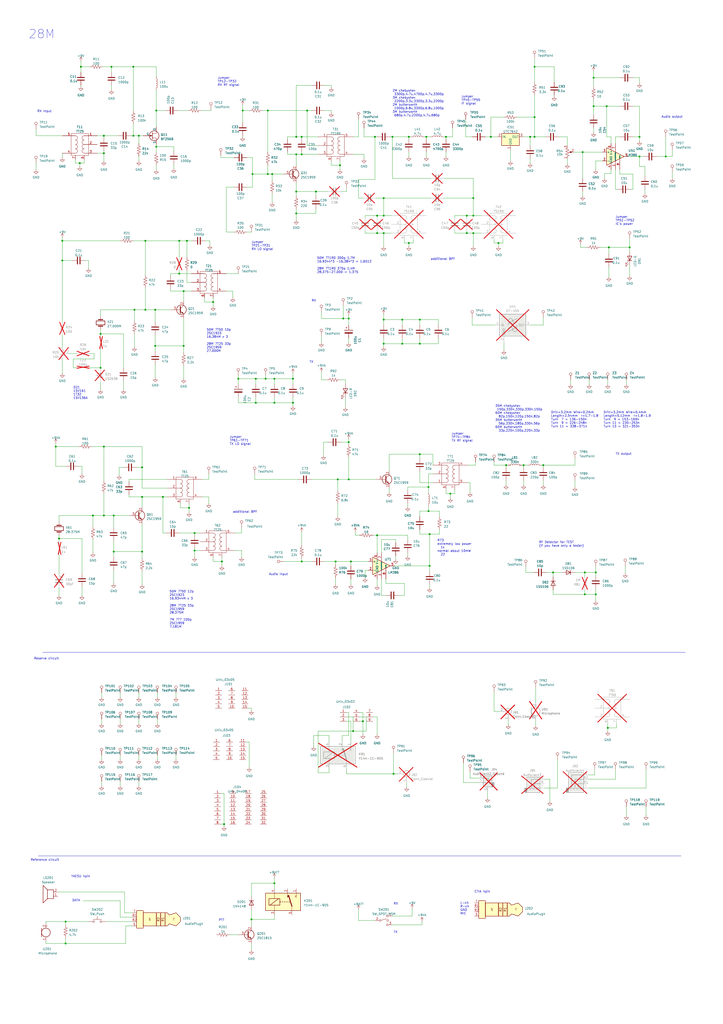
<source format=kicad_sch>
(kicad_sch (version 20230121) (generator eeschema)
  (paper "A2" portrait)
  (title_block (title "AM TRX breadboard") (date "2024-07-29") (company "JK1MLY"))
  (junction (at 159.385 219.71))
  (junction (at 353.695 143.51))
  (junction (at 158.115 100.965))
  (junction (at 84.455 179.705))
  (junction (at 285.115 79.375))
  (junction (at 159.385 233.68))
  (junction (at 194.945 325.755))
  (junction (at 172.085 123.825))
  (junction (at 90.17 200.66))
  (junction (at 34.29 312.42))
  (junction (at 203.835 325.755))
  (junction (at 66.04 320.04))
  (junction (at 222.885 114.935))
  (junction (at 274.955 125.095))
  (junction (at 109.855 294.64))
  (junction (at 155.575 100.965))
  (junction (at 228.6 448.945))
  (junction (at 77.47 38.735))
  (junction (at 222.885 185.42))
  (junction (at 146.685 100.965))
  (junction (at 138.43 219.71))
  (junction (at 217.805 79.375))
  (junction (at 178.435 64.135))
  (junction (at 58.42 213.36))
  (junction (at 353.06 422.275))
  (junction (at 219.075 310.515))
  (junction (at 248.92 282.575))
  (junction (at 210.82 418.465))
  (junction (at 338.455 88.265))
  (junction (at 222.885 125.095))
  (junction (at 352.425 61.595))
  (junction (at 80.645 78.74))
  (junction (at 170.18 219.71))
  (junction (at 219.075 135.255))
  (junction (at 294.005 269.875))
  (junction (at 261.62 286.385))
  (junction (at 140.97 64.135))
  (junction (at 170.18 233.68))
  (junction (at 64.77 38.735))
  (junction (at 237.49 79.375))
  (junction (at 38.1 547.37))
  (junction (at 202.565 256.54))
  (junction (at 60.325 259.08))
  (junction (at 78.105 179.705))
  (junction (at 60.325 88.9))
  (junction (at 130.175 478.155))
  (junction (at 106.68 168.91))
  (junction (at 38.1 534.67))
  (junction (at 371.475 79.375))
  (junction (at 310.515 67.945))
  (junction (at 237.49 140.97))
  (junction (at 113.03 309.245))
  (junction (at 197.485 95.885))
  (junction (at 227.965 79.375))
  (junction (at 148.59 219.71))
  (junction (at 346.075 332.105))
  (junction (at 243.84 185.42))
  (junction (at 243.84 199.39))
  (junction (at 36.195 151.13))
  (junction (at 53.975 299.085))
  (junction (at 289.56 140.97))
  (junction (at 84.455 139.7))
  (junction (at 159.385 512.445))
  (junction (at 108.585 139.7))
  (junction (at 304.165 269.875))
  (junction (at 365.76 143.51))
  (junction (at 155.575 64.135))
  (junction (at 339.725 332.105))
  (junction (at 77.47 78.74))
  (junction (at 310.515 79.375))
  (junction (at 104.14 139.7))
  (junction (at 344.805 61.595))
  (junction (at 175.26 89.535))
  (junction (at 82.55 271.145))
  (junction (at 243.84 263.525))
  (junction (at 94.615 288.29))
  (junction (at 315.595 269.875))
  (junction (at 82.55 320.04))
  (junction (at 249.555 328.295))
  (junction (at 199.39 184.785))
  (junction (at 321.31 332.105))
  (junction (at 128.905 325.755))
  (junction (at 90.805 85.09))
  (junction (at 146.05 533.4))
  (junction (at 106.68 200.66))
  (junction (at 219.075 125.095))
  (junction (at 172.085 111.125))
  (junction (at 90.805 64.135))
  (junction (at 339.725 344.805))
  (junction (at 104.14 158.75))
  (junction (at 271.145 125.095))
  (junction (at 386.715 90.805))
  (junction (at 183.515 111.125))
  (junction (at 32.385 259.08))
  (junction (at 247.65 79.375))
  (junction (at 148.59 233.68))
  (junction (at 371.475 90.805))
  (junction (at 60.325 78.74))
  (junction (at 123.825 175.26))
  (junction (at 233.68 185.42))
  (junction (at 307.975 79.375))
  (junction (at 175.26 325.755))
  (junction (at 113.03 319.405))
  (junction (at 249.555 309.88))
  (junction (at 274.955 135.255))
  (junction (at 196.215 278.13))
  (junction (at 66.04 299.085))
  (junction (at 154.305 219.71))
  (junction (at 233.68 199.39))
  (junction (at 222.885 199.39))
  (junction (at 202.565 278.13))
  (junction (at 90.17 179.705))
  (junction (at 310.515 38.735))
  (junction (at 271.145 135.255))
  (junction (at 172.085 89.535))
  (junction (at 202.565 184.785))
  (junction (at 175.26 79.375))
  (junction (at 60.325 299.085))
  (junction (at 259.08 79.375))
  (junction (at 46.99 38.735))
  (junction (at 346.075 344.805))
  (junction (at 58.42 193.675))
  (junction (at 344.805 45.085))
  (junction (at 36.195 139.7))
  (junction (at 46.355 94.615))
  (junction (at 274.955 114.935))
  (junction (at 222.885 135.255))
  (junction (at 82.55 288.29))
  (junction (at 248.92 296.545))
  (junction (at 172.085 79.375))
  (junction (at 205.105 424.18))
  (wire (pts (xy 249.555 309.88) (xy 249.555 328.295)))
  (wire (pts (xy 175.26 88.265) (xy 175.26 89.535)))
  (wire (pts (xy 334.01 332.105) (xy 339.725 332.105)))
  (wire (pts (xy 311.15 398.78) (xy 311.15 407.67)))
  (wire (pts (xy 273.05 451.485) (xy 273.05 447.675)))
  (wire (pts (xy 237.49 88.265) (xy 237.49 90.805)))
  (wire (pts (xy 46.99 38.735) (xy 52.07 38.735)))
  (wire (pts (xy 354.965 79.375) (xy 354.965 83.185)))
  (wire (pts (xy 146.05 520.065) (xy 146.05 512.445)))
  (wire (pts (xy 201.295 448.945) (xy 228.6 448.945)))
  (wire (pts (xy 60.325 299.085) (xy 66.04 299.085)))
  (wire (pts (xy 234.95 338.455) (xy 234.95 345.44)))
  (wire (pts (xy 143.51 108.585) (xy 146.685 108.585)))
  (wire (pts (xy 128.27 460.375) (xy 130.175 460.375)))
  (wire (pts (xy 273.05 280.035) (xy 273.05 285.75)))
  (wire (pts (xy 360.045 98.425) (xy 360.045 100.965)))
  (wire (pts (xy 367.665 109.855) (xy 366.395 109.855)))
  (wire (pts (xy 234.95 139.065) (xy 234.95 140.97)))
  (wire (pts (xy 121.285 288.29) (xy 121.285 292.1)))
  (wire (pts (xy 294.005 269.875) (xy 295.275 269.875)))
  (wire (pts (xy 91.44 401.955) (xy 91.44 404.495)))
  (wire (pts (xy 144.78 430.53) (xy 144.78 445.135)))
  (wire (pts (xy 315.595 269.875) (xy 315.595 271.145)))
  (wire (pts (xy 47.625 312.42) (xy 47.625 332.74)))
  (wire (pts (xy 170.18 233.68) (xy 170.18 235.585)))
  (wire (pts (xy 71.755 193.675) (xy 71.755 213.36)))
  (wire (pts (xy 237.49 79.375) (xy 238.76 79.375)))
  (wire (pts (xy 184.785 84.455) (xy 178.435 84.455)))
  (wire (pts (xy 236.855 313.055) (xy 236.855 310.515)))
  (wire (pts (xy 274.955 125.095) (xy 279.4 125.095)))
  (wire (pts (xy 338.455 111.125) (xy 338.455 113.665)))
  (wire (pts (xy 222.885 114.935) (xy 222.885 125.095)))
  (wire (pts (xy 224.155 335.915) (xy 224.155 338.455)))
  (wire (pts (xy 292.735 67.945) (xy 285.115 67.945)))
  (wire (pts (xy 159.385 230.505) (xy 159.385 233.68)))
  (wire (pts (xy 210.82 114.935) (xy 208.28 114.935)))
  (wire (pts (xy 227.965 531.495) (xy 239.395 531.495)))
  (wire (pts (xy 43.815 94.615) (xy 46.355 94.615)))
  (wire (pts (xy 310.515 79.375) (xy 316.865 79.375)))
  (wire (pts (xy 323.85 457.2) (xy 323.85 440.69)))
  (wire (pts (xy 251.46 274.955) (xy 248.92 274.955)))
  (wire (pts (xy 131.445 108.585) (xy 131.445 134.62)))
  (wire (pts (xy 100.965 87.63) (xy 100.965 85.09)))
  (wire (pts (xy 188.595 49.53) (xy 192.405 49.53)))
  (wire (pts (xy 229.87 322.58) (xy 229.87 324.485)))
  (wire (pts (xy 99.06 168.91) (xy 99.06 167.64)))
  (wire (pts (xy 240.03 140.97) (xy 237.49 140.97)))
  (wire (pts (xy 46.99 35.56) (xy 46.99 38.735)))
  (wire (pts (xy 113.03 309.245) (xy 113.03 310.515)))
  (wire (pts (xy 180.975 49.53) (xy 172.085 49.53)))
  (wire (pts (xy 188.595 325.755) (xy 194.945 325.755)))
  (wire (pts (xy 222.885 125.095) (xy 227.33 125.095)))
  (wire (pts (xy 47.625 270.51) (xy 47.625 274.955)))
  (wire (pts (xy 175.26 325.755) (xy 180.975 325.755)))
  (wire (pts (xy 210.82 413.385) (xy 210.82 418.465)))
  (wire (pts (xy 217.805 534.035) (xy 208.28 534.035)))
  (wire (pts (xy 128.27 91.44) (xy 128.27 90.17)))
  (wire (pts (xy 69.215 271.145) (xy 69.215 275.59)))
  (wire (pts (xy 269.24 454.025) (xy 269.24 442.595)))
  (wire (pts (xy 201.295 413.385) (xy 202.565 413.385)))
  (wire (pts (xy 222.885 199.39) (xy 222.885 201.295)))
  (wire (pts (xy 371.475 90.805) (xy 374.015 90.805)))
  (wire (pts (xy 264.16 135.255) (xy 271.145 135.255)))
  (wire (pts (xy 292.1 139.065) (xy 292.1 140.97)))
  (wire (pts (xy 155.575 100.965) (xy 158.115 100.965)))
  (wire (pts (xy 307.975 79.375) (xy 310.515 79.375)))
  (wire (pts (xy 294.005 269.875) (xy 294.005 271.145)))
  (wire (pts (xy 240.03 139.065) (xy 240.03 140.97)))
  (wire (pts (xy 203.835 325.755) (xy 194.945 325.755)))
  (wire (pts (xy 42.545 213.36) (xy 42.545 208.28)))
  (wire (pts (xy 34.29 312.42) (xy 34.29 314.325)))
  (wire (pts (xy 248.92 296.545) (xy 255.27 296.545)))
  (wire (pts (xy 216.535 415.925) (xy 219.075 415.925)))
  (wire (pts (xy 247.65 79.375) (xy 247.65 80.645)))
  (wire (pts (xy 131.445 134.62) (xy 135.89 134.62)))
  (wire (pts (xy 91.44 417.195) (xy 91.44 419.735)))
  (wire (pts (xy 314.325 269.875) (xy 315.595 269.875)))
  (wire (pts (xy 264.16 125.095) (xy 271.145 125.095)))
  (wire (pts (xy 180.975 278.13) (xy 196.215 278.13)))
  (wire (pts (xy 192.405 95.885) (xy 197.485 95.885)))
  (wire (pts (xy 239.395 531.495) (xy 239.395 527.05)))
  (wire (pts (xy 281.94 79.375) (xy 285.115 79.375)))
  (wire (pts (xy 226.06 263.525) (xy 226.06 273.05)))
  (wire (pts (xy 339.725 342.265) (xy 339.725 344.805)))
  (wire (pts (xy 80.645 401.955) (xy 80.645 404.495)))
  (wire (pts (xy 47.625 340.36) (xy 47.625 345.44)))
  (wire (pts (xy 90.805 85.09) (xy 90.805 88.265)))
  (wire (pts (xy 100.965 95.25) (xy 100.965 97.79)))
  (wire (pts (xy 146.685 100.965) (xy 155.575 100.965)))
  (wire (pts (xy 360.045 45.085) (xy 344.805 45.085)))
  (wire (pts (xy 274.955 114.935) (xy 274.955 125.095)))
  (wire (pts (xy 216.535 310.515) (xy 219.075 310.515)))
  (wire (pts (xy 196.215 278.13) (xy 196.215 284.48)))
  (wire (pts (xy 82.55 288.29) (xy 74.93 288.29)))
  (wire (pts (xy 58.42 221.615) (xy 58.42 226.06)))
  (wire (pts (xy 304.165 269.875) (xy 304.165 271.145)))
  (wire (pts (xy 353.06 220.345) (xy 353.06 222.885)))
  (wire (pts (xy 221.615 335.915) (xy 221.615 345.44)))
  (wire (pts (xy 48.26 522.605) (xy 69.85 522.605)))
  (wire (pts (xy 102.235 438.15) (xy 102.235 440.69)))
  (wire (pts (xy 56.515 78.74) (xy 60.325 78.74)))
  (wire (pts (xy 53.34 259.08) (xy 60.325 259.08)))
  (wire (pts (xy 315.595 188.595) (xy 307.975 188.595)))
  (wire (pts (xy 80.645 453.39) (xy 80.645 455.93)))
  (wire (pts (xy 74.93 278.13) (xy 97.155 278.13)))
  (wire (pts (xy 197.485 220.345) (xy 200.66 220.345)))
  (wire (pts (xy 36.195 88.9) (xy 36.195 91.44)))
  (wire (pts (xy 365.125 90.805) (xy 371.475 90.805)))
  (wire (pts (xy 73.025 537.21) (xy 73.025 547.37)))
  (wire (pts (xy 278.13 454.025) (xy 269.24 454.025)))
  (wire (pts (xy 128.27 91.44) (xy 135.89 91.44)))
  (wire (pts (xy 264.16 135.255) (xy 264.16 133.985)))
  (wire (pts (xy 357.505 109.855) (xy 358.775 109.855)))
  (wire (pts (xy 341.63 449.58) (xy 345.44 449.58)))
  (wire (pts (xy 338.455 88.265) (xy 349.885 88.265)))
  (wire (pts (xy 316.23 457.2) (xy 323.85 457.2)))
  (wire (pts (xy 36.195 137.795) (xy 36.195 139.7)))
  (wire (pts (xy 51.435 151.13) (xy 51.435 155.575)))
  (wire (pts (xy 142.875 430.53) (xy 144.78 430.53)))
  (wire (pts (xy 66.04 313.69) (xy 66.04 320.04)))
  (wire (pts (xy 217.805 79.375) (xy 217.805 104.14)))
  (wire (pts (xy 90.805 64.135) (xy 90.805 73.66)))
  (wire (pts (xy 69.85 532.13) (xy 69.85 522.605)))
  (wire (pts (xy 172.085 123.825) (xy 183.515 123.825)))
  (wire (pts (xy 248.92 274.955) (xy 248.92 282.575)))
  (wire (pts (xy 146.05 533.4) (xy 146.05 537.21)))
  (wire (pts (xy 344.805 41.275) (xy 344.805 45.085)))
  (wire (pts (xy 76.2 78.74) (xy 77.47 78.74)))
  (wire (pts (xy 339.725 332.105) (xy 339.725 334.645)))
  (wire (pts (xy 42.545 208.28) (xy 54.61 208.28)))
  (wire (pts (xy 90.17 200.66) (xy 106.68 200.66)))
  (wire (pts (xy 210.82 418.465) (xy 210.82 426.085)))
  (wire (pts (xy 243.84 263.525) (xy 251.46 263.525)))
  (wire (pts (xy 203.835 328.295) (xy 203.835 325.755)))
  (wire (pts (xy 271.78 280.035) (xy 273.05 280.035)))
  (wire (pts (xy 371.475 79.375) (xy 371.475 81.915)))
  (wire (pts (xy 69.85 438.15) (xy 69.85 440.69)))
  (wire (pts (xy 191.135 430.53) (xy 191.135 426.72)))
  (wire (pts (xy 227.965 79.375) (xy 227.965 103.505)))
  (wire (pts (xy 123.825 175.26) (xy 123.825 177.8)))
  (wire (pts (xy 365.76 143.51) (xy 365.76 146.05)))
  (wire (pts (xy 46.99 49.53) (xy 46.99 50.165)))
  (wire (pts (xy 64.77 49.53) (xy 64.77 52.07)))
  (wire (pts (xy 198.755 430.53) (xy 198.755 426.72)))
  (wire (pts (xy 90.805 85.09) (xy 100.965 85.09)))
  (wire (pts (xy 128.905 325.755) (xy 128.905 328.295)))
  (wire (pts (xy 353.06 422.275) (xy 353.06 424.18)))
  (wire (pts (xy 222.885 196.215) (xy 222.885 199.39)))
  (wire (pts (xy 106.68 168.91) (xy 99.06 168.91)))
  (wire (pts (xy 307.975 92.075) (xy 307.975 94.615)))
  (wire (pts (xy 80.645 78.74) (xy 80.645 83.185)))
  (wire (pts (xy 271.145 133.985) (xy 271.145 135.255)))
  (wire (pts (xy 367.665 45.085) (xy 371.475 45.085)))
  (wire (pts (xy 34.29 312.42) (xy 47.625 312.42)))
  (wire (pts (xy 82.55 259.08) (xy 82.55 271.145)))
  (wire (pts (xy 159.385 219.71) (xy 170.18 219.71)))
  (wire (pts (xy 307.975 79.375) (xy 307.975 84.455)))
  (wire (pts (xy 38.1 534.67) (xy 51.435 534.67)))
  (wire (pts (xy 247.65 88.265) (xy 247.65 90.805)))
  (wire (pts (xy 96.52 309.245) (xy 94.615 309.245)))
  (wire (pts (xy 197.485 95.885) (xy 197.485 98.425)))
  (wire (pts (xy 199.39 184.785) (xy 202.565 184.785)))
  (wire (pts (xy 69.85 417.195) (xy 69.85 419.735)))
  (wire (pts (xy 222.885 135.255) (xy 219.075 135.255)))
  (wire (pts (xy 211.455 79.375) (xy 217.805 79.375)))
  (wire (pts (xy 170.18 219.71) (xy 170.18 222.885)))
  (wire (pts (xy 243.84 309.88) (xy 249.555 309.88)))
  (wire (pts (xy 243.84 296.545) (xy 248.92 296.545)))
  (wire (pts (xy 58.42 213.36) (xy 58.42 213.995)))
  (wire (pts (xy 344.805 57.785) (xy 344.805 61.595)))
  (wire (pts (xy 186.69 180.975) (xy 186.69 184.785)))
  (wire (pts (xy 321.31 332.105) (xy 321.31 334.645)))
  (wire (pts (xy 144.145 410.845) (xy 146.05 410.845)))
  (wire (pts (xy 138.43 230.505) (xy 138.43 233.68)))
  (wire (pts (xy 338.455 88.265) (xy 338.455 103.505)))
  (wire (pts (xy 49.53 151.13) (xy 51.435 151.13)))
  (wire (pts (xy 358.14 419.735) (xy 358.14 422.275)))
  (wire (pts (xy 237.49 79.375) (xy 237.49 80.645)))
  (wire (pts (xy 344.805 61.595) (xy 344.805 66.675)))
  (wire (pts (xy 315.595 184.15) (xy 315.595 188.595)))
  (wire (pts (xy 201.295 418.465) (xy 203.835 418.465)))
  (wire (pts (xy 104.14 139.7) (xy 104.14 149.225)))
  (wire (pts (xy 158.115 100.965) (xy 164.465 100.965)))
  (wire (pts (xy 229.235 328.295) (xy 249.555 328.295)))
  (wire (pts (xy 184.785 448.31) (xy 191.135 448.31)))
  (wire (pts (xy 295.275 417.83) (xy 295.275 420.37)))
  (wire (pts (xy 243.84 296.545) (xy 243.84 299.72)))
  (wire (pts (xy 200.66 230.505) (xy 200.66 236.22)))
  (wire (pts (xy 202.565 196.215) (xy 202.565 198.755)))
  (wire (pts (xy 104.775 294.64) (xy 109.855 294.64)))
  (wire (pts (xy 202.565 256.54) (xy 202.565 257.81)))
  (wire (pts (xy 319.405 452.12) (xy 319.405 464.82)))
  (wire (pts (xy 233.68 199.39) (xy 243.84 199.39)))
  (wire (pts (xy 292.735 198.755) (xy 292.735 203.2)))
  (wire (pts (xy 294.005 278.765) (xy 294.005 281.305)))
  (wire (pts (xy 95.885 64.135) (xy 90.805 64.135)))
  (wire (pts (xy 221.615 313.055) (xy 221.615 320.675)))
  (wire (pts (xy 60.325 87.63) (xy 60.325 88.9)))
  (wire (pts (xy 304.165 278.765) (xy 304.165 281.305)))
  (wire (pts (xy 274.955 135.255) (xy 271.145 135.255)))
  (wire (pts (xy 354.965 98.425) (xy 354.965 100.711)))
  (wire (pts (xy 243.84 199.39) (xy 254.635 199.39)))
  (wire (pts (xy 159.385 533.4) (xy 146.05 533.4)))
  (wire (pts (xy 341.63 457.2) (xy 375.285 457.2)))
  (wire (pts (xy 310.515 38.735) (xy 310.515 47.625)))
  (wire (pts (xy 257.81 103.505) (xy 274.955 103.505)))
  (wire (pts (xy 317.5 332.105) (xy 321.31 332.105)))
  (wire (pts (xy 390.525 99.695) (xy 390.525 103.505)))
  (wire (pts (xy 310.515 38.735) (xy 321.945 38.735)))
  (wire (pts (xy 53.975 299.085) (xy 53.975 305.435)))
  (wire (pts (xy 390.525 86.995) (xy 390.525 90.805)))
  (wire (pts (xy 237.49 140.97) (xy 234.95 140.97)))
  (wire (pts (xy 184.785 424.18) (xy 184.785 448.31)))
  (wire (pts (xy 365.76 138.43) (xy 365.76 143.51)))
  (wire (pts (xy 136.525 319.405) (xy 140.335 319.405)))
  (wire (pts (xy 276.225 267.97) (xy 276.225 269.875)))
  (wire (pts (xy 61.595 534.67) (xy 76.835 534.67)))
  (wire (pts (xy 147.955 278.13) (xy 173.355 278.13)))
  (wire (pts (xy 90.17 200.66) (xy 90.17 203.835)))
  (wire (pts (xy 82.55 320.04) (xy 82.55 323.85)))
  (wire (pts (xy 352.425 61.595) (xy 352.425 79.375)))
  (wire (pts (xy 270.51 79.375) (xy 274.32 79.375)))
  (wire (pts (xy 357.505 98.425) (xy 357.505 109.855)))
  (wire (pts (xy 140.97 64.135) (xy 140.97 71.12)))
  (wire (pts (xy 371.475 96.52) (xy 371.475 90.805)))
  (wire (pts (xy 363.855 467.995) (xy 363.855 473.075)))
  (wire (pts (xy 310.515 33.655) (xy 310.515 38.735)))
  (wire (pts (xy 233.68 188.595) (xy 233.68 185.42)))
  (wire (pts (xy 130.175 478.155) (xy 130.175 479.425)))
  (wire (pts (xy 234.95 345.44) (xy 231.775 345.44)))
  (wire (pts (xy 353.695 143.51) (xy 353.695 147.32)))
  (wire (pts (xy 192.405 64.135) (xy 192.405 65.405)))
  (wire (pts (xy 175.26 323.85) (xy 175.26 325.755)))
  (wire (pts (xy 274.955 135.255) (xy 279.4 135.255)))
  (wire (pts (xy 287.02 269.875) (xy 294.005 269.875)))
  (wire (pts (xy 152.4 64.135) (xy 155.575 64.135)))
  (wire (pts (xy 219.075 133.985) (xy 219.075 135.255)))
  (wire (pts (xy 305.435 328.93) (xy 305.435 332.105)))
  (wire (pts (xy 205.105 415.925) (xy 205.105 424.18)))
  (wire (pts (xy 289.56 140.97) (xy 287.02 140.97)))
  (wire (pts (xy 221.615 345.44) (xy 224.155 345.44)))
  (wire (pts (xy 222.885 114.935) (xy 250.19 114.935)))
  (wire (pts (xy 243.84 185.42) (xy 243.84 188.595)))
  (wire (pts (xy 82.55 283.21) (xy 82.55 271.145)))
  (wire (pts (xy 363.22 328.295) (xy 363.22 332.74)))
  (wire (pts (xy 236.22 454.025) (xy 236.22 456.565)))
  (wire (pts (xy 123.825 325.755) (xy 128.905 325.755)))
  (wire (pts (xy 36.195 78.74) (xy 20.955 78.74)))
  (wire (pts (xy 205.105 79.375) (xy 208.28 79.375)))
  (wire (pts (xy 208.915 418.465) (xy 210.82 418.465)))
  (wire (pts (xy 315.595 278.765) (xy 315.595 281.305)))
  (wire (pts (xy 34.29 321.945) (xy 34.29 333.375)))
  (wire (pts (xy 196.215 278.13) (xy 202.565 278.13)))
  (wire (pts (xy 32.385 270.51) (xy 32.385 259.08)))
  (wire (pts (xy 144.78 64.135) (xy 140.97 64.135)))
  (wire (pts (xy 212.725 424.18) (xy 205.105 424.18)))
  (wire (pts (xy 143.51 91.44) (xy 146.685 91.44)))
  (wire (pts (xy 278.13 451.485) (xy 273.05 451.485)))
  (wire (pts (xy 106.68 168.91) (xy 106.68 174.625)))
  (wire (pts (xy 108.585 149.225) (xy 108.585 139.7)))
  (wire (pts (xy 346.075 341.63) (xy 346.075 344.805)))
  (wire (pts (xy 172.085 49.53) (xy 172.085 79.375)))
  (wire (pts (xy 367.665 79.375) (xy 371.475 79.375)))
  (wire (pts (xy 236.855 282.575) (xy 248.92 282.575)))
  (wire (pts (xy 99.06 158.75) (xy 104.14 158.75)))
  (wire (pts (xy 264.16 286.385) (xy 264.16 283.845)))
  (wire (pts (xy 247.65 79.375) (xy 250.19 79.375)))
  (wire (pts (xy 285.115 67.945) (xy 285.115 79.375)))
  (wire (pts (xy 123.825 323.215) (xy 123.825 325.755)))
  (wire (pts (xy 259.08 283.845) (xy 259.08 286.385)))
  (wire (pts (xy 201.295 415.925) (xy 205.105 415.925)))
  (wire (pts (xy 183.515 111.125) (xy 172.085 111.125)))
  (wire (pts (xy 148.59 219.71) (xy 148.59 222.885)))
  (wire (pts (xy 172.085 123.825) (xy 172.085 127.635)))
  (wire (pts (xy 371.475 45.085) (xy 371.475 48.26)))
  (wire (pts (xy 77.47 71.755) (xy 77.47 78.74)))
  (wire (pts (xy 58.42 193.675) (xy 71.755 193.675)))
  (wire (pts (xy 147.955 274.955) (xy 147.955 278.13)))
  (wire (pts (xy 270.51 69.215) (xy 270.51 79.375)))
  (wire (pts (xy 36.195 151.13) (xy 41.91 151.13)))
  (wire (pts (xy 36.195 139.7) (xy 69.85 139.7)))
  (wire (pts (xy 189.865 220.345) (xy 186.69 220.345)))
  (wire (pts (xy 331.47 220.345) (xy 331.47 222.885)))
  (wire (pts (xy 53.975 313.055) (xy 53.975 320.675)))
  (wire (pts (xy 32.385 259.08) (xy 45.72 259.08)))
  (wire (pts (xy 337.185 141.605) (xy 337.185 143.51)))
  (wire (pts (xy 222.885 185.42) (xy 222.885 188.595)))
  (wire (pts (xy 130.175 460.375) (xy 130.175 478.155)))
  (wire (pts (xy 58.42 193.675) (xy 58.42 194.945)))
  (wire (pts (xy 342.265 220.345) (xy 342.265 222.885)))
  (wire (pts (xy 34.29 340.995) (xy 34.29 345.44)))
  (wire (pts (xy 172.085 106.045) (xy 172.085 111.125)))
  (wire (pts (xy 128.905 323.215) (xy 128.905 325.755)))
  (wire (pts (xy 69.85 453.39) (xy 69.85 455.93)))
  (wire (pts (xy 104.14 158.75) (xy 111.125 158.75)))
  (wire (pts (xy 172.085 121.285) (xy 172.085 123.825)))
  (wire (pts (xy 133.35 542.29) (xy 138.43 542.29)))
  (wire (pts (xy 60.325 78.74) (xy 68.58 78.74)))
  (wire (pts (xy 358.14 422.275) (xy 353.06 422.275)))
  (wire (pts (xy 148.59 230.505) (xy 148.59 233.68)))
  (wire (pts (xy 113.03 309.245) (xy 116.205 309.245)))
  (wire (pts (xy 271.145 125.095) (xy 274.955 125.095)))
  (wire (pts (xy 219.075 335.915) (xy 219.075 339.725)))
  (wire (pts (xy 69.85 401.955) (xy 69.85 404.495)))
  (wire (pts (xy 208.915 413.385) (xy 210.82 413.385)))
  (wire (pts (xy 59.055 417.195) (xy 59.055 419.735)))
  (wire (pts (xy 192.405 93.345) (xy 192.405 95.885)))
  (wire (pts (xy 140.335 319.405) (xy 140.335 323.215)))
  (wire (pts (xy 131.445 158.75) (xy 138.43 158.75)))
  (wire (pts (xy 208.28 104.14) (xy 217.805 104.14)))
  (wire (pts (xy 80.645 438.15) (xy 80.645 440.69)))
  (wire (pts (xy 77.47 38.735) (xy 90.805 38.735)))
  (wire (pts (xy 212.09 135.255) (xy 212.09 133.985)))
  (wire (pts (xy 58.42 191.135) (xy 58.42 193.675)))
  (wire (pts (xy 257.81 79.375) (xy 259.08 79.375)))
  (wire (pts (xy 226.695 79.375) (xy 227.965 79.375)))
  (wire (pts (xy 194.945 325.755) (xy 194.945 327.66)))
  (wire (pts (xy 60.325 78.74) (xy 60.325 80.01)))
  (wire (pts (xy 32.385 257.175) (xy 32.385 259.08)))
  (wire (pts (xy 58.42 202.565) (xy 58.42 213.36)))
  (wire (pts (xy 344.805 61.595) (xy 352.425 61.595)))
  (wire (pts (xy 208.28 534.035) (xy 208.28 527.685)))
  (wire (pts (xy 271.78 269.875) (xy 276.225 269.875)))
  (wire (pts (xy 103.505 64.135) (xy 109.22 64.135)))
  (wire (pts (xy 202.565 265.43) (xy 202.565 278.13)))
  (wire (pts (xy 118.745 172.72) (xy 118.745 175.26)))
  (wire (pts (xy 255.27 296.545) (xy 255.27 299.72)))
  (wire (pts (xy 251.46 269.875) (xy 251.46 263.525)))
  (wire (pts (xy 344.805 74.295) (xy 344.805 76.835)))
  (wire (pts (xy 246.38 79.375) (xy 247.65 79.375)))
  (wire (pts (xy 212.09 330.835) (xy 212.09 335.28)))
  (wire (pts (xy 292.1 140.97) (xy 289.56 140.97)))
  (wire (pts (xy 172.085 89.535) (xy 167.005 89.535)))
  (wire (pts (xy 287.02 139.065) (xy 287.02 140.97)))
  (wire (pts (xy 66.04 320.04) (xy 66.04 323.215)))
  (wire (pts (xy 46.355 94.615) (xy 46.355 96.52)))
  (wire (pts (xy 237.49 140.97) (xy 237.49 142.875)))
  (wire (pts (xy 219.075 310.515) (xy 236.855 310.515)))
  (wire (pts (xy 243.84 280.035) (xy 251.46 280.035)))
  (wire (pts (xy 187.96 256.54) (xy 187.96 264.16)))
  (wire (pts (xy 113.03 319.405) (xy 113.03 323.215)))
  (wire (pts (xy 109.855 292.1) (xy 109.855 294.64)))
  (wire (pts (xy 121.92 139.7) (xy 119.38 139.7)))
  (wire (pts (xy 60.325 259.08) (xy 82.55 259.08)))
  (wire (pts (xy 222.885 185.42) (xy 233.68 185.42)))
  (wire (pts (xy 283.21 459.105) (xy 283.21 462.915)))
  (wire (pts (xy 26.67 534.67) (xy 26.67 535.94)))
  (wire (pts (xy 59.055 438.15) (xy 59.055 440.69)))
  (wire (pts (xy 315.595 269.875) (xy 334.01 269.875)))
  (wire (pts (xy 76.835 537.21) (xy 73.025 537.21)))
  (wire (pts (xy 203.835 325.755) (xy 213.995 325.755)))
  (wire (pts (xy 36.195 194.31) (xy 36.195 201.295)))
  (wire (pts (xy 111.125 168.91) (xy 106.68 168.91)))
  (wire (pts (xy 287.02 267.97) (xy 287.02 269.875)))
  (wire (pts (xy 122.555 64.135) (xy 116.84 64.135)))
  (wire (pts (xy 346.075 93.345) (xy 349.885 93.345)))
  (wire (pts (xy 90.17 186.69) (xy 90.17 179.705)))
  (wire (pts (xy 32.385 270.51) (xy 38.1 270.51)))
  (wire (pts (xy 243.84 263.525) (xy 243.84 266.065)))
  (wire (pts (xy 211.455 74.295) (xy 211.455 79.375)))
  (wire (pts (xy 201.295 445.77) (xy 201.295 448.945)))
  (wire (pts (xy 227.965 103.505) (xy 250.19 103.505)))
  (wire (pts (xy 53.975 299.085) (xy 34.29 299.085)))
  (wire (pts (xy 172.085 79.375) (xy 175.26 79.375)))
  (wire (pts (xy 212.725 415.925) (xy 212.725 424.18)))
  (wire (pts (xy 94.615 288.29) (xy 82.55 288.29)))
  (wire (pts (xy 54.61 208.28) (xy 54.61 205.105)))
  (wire (pts (xy 64.77 38.735) (xy 77.47 38.735)))
  (wire (pts (xy 259.08 286.385) (xy 261.62 286.385)))
  (wire (pts (xy 77.47 38.735) (xy 77.47 64.135)))
  (wire (pts (xy 106.68 200.66) (xy 106.68 204.47)))
  (wire (pts (xy 182.245 426.72) (xy 182.245 433.07)))
  (wire (pts (xy 108.585 139.7) (xy 111.76 139.7)))
  (wire (pts (xy 82.55 304.165) (xy 82.55 320.04)))
  (wire (pts (xy 305.435 332.105) (xy 309.88 332.105)))
  (wire (pts (xy 274.955 103.505) (xy 274.955 114.935)))
  (wire (pts (xy 175.26 89.535) (xy 172.085 89.535)))
  (wire (pts (xy 304.165 269.875) (xy 306.705 269.875)))
  (wire (pts (xy 274.32 184.15) (xy 274.32 188.595)))
  (wire (pts (xy 208.28 69.215) (xy 208.28 79.375)))
  (wire (pts (xy 167.005 88.265) (xy 167.005 89.535)))
  (wire (pts (xy 178.435 64.135) (xy 180.975 64.135)))
  (wire (pts (xy 154.305 219.71) (xy 159.385 219.71)))
  (wire (pts (xy 36.195 186.69) (xy 36.195 151.13)))
  (wire (pts (xy 259.08 79.375) (xy 259.08 80.645)))
  (wire (pts (xy 71.755 220.98) (xy 71.755 226.06)))
  (wire (pts (xy 233.68 185.42) (xy 243.84 185.42)))
  (wire (pts (xy 324.485 79.375) (xy 329.565 79.375)))
  (wire (pts (xy 90.805 95.885) (xy 90.805 98.425)))
  (wire (pts (xy 34.29 299.085) (xy 34.29 302.895)))
  (wire (pts (xy 74.93 278.13) (xy 74.93 279.4)))
  (wire (pts (xy 367.665 100.965) (xy 367.665 109.855)))
  (wire (pts (xy 69.215 271.145) (xy 71.755 271.145)))
  (wire (pts (xy 170.18 230.505) (xy 170.18 233.68)))
  (wire (pts (xy 374.65 96.52) (xy 371.475 96.52)))
  (wire (pts (xy 249.555 339.09) (xy 249.555 340.995)))
  (wire (pts (xy 371.475 61.595) (xy 371.475 79.375)))
  (wire (pts (xy 341.63 452.12) (xy 357.505 452.12)))
  (wire (pts (xy 222.885 182.245) (xy 222.885 185.42)))
  (wire (pts (xy 52.07 205.105) (xy 54.61 205.105)))
  (wire (pts (xy 140.335 309.245) (xy 136.525 309.245)))
  (wire (pts (xy 159.385 509.27) (xy 159.385 512.445)))
  (wire (pts (xy 48.895 92.71) (xy 48.895 94.615)))
  (wire (pts (xy 229.87 313.055) (xy 221.615 313.055)))
  (wire (pts (xy 77.47 78.74) (xy 80.645 78.74)))
  (wire (pts (xy 38.1 547.37) (xy 73.025 547.37)))
  (wire (pts (xy 255.27 309.88) (xy 255.27 307.34)))
  (wire (pts (xy 386.715 90.805) (xy 381.635 90.805)))
  (wire (pts (xy 60.325 286.385) (xy 60.325 299.085)))
  (wire (pts (xy 245.11 534.67) (xy 245.11 536.575)))
  (wire (pts (xy 218.44 114.935) (xy 222.885 114.935)))
  (wire (pts (xy 106.68 184.785) (xy 106.68 200.66)))
  (wire (pts (xy 97.155 283.21) (xy 82.55 283.21)))
  (wire (pts (xy 146.05 547.37) (xy 146.05 551.18)))
  (wire (pts (xy 321.945 38.735) (xy 321.945 47.625)))
  (wire (pts (xy 38.1 534.67) (xy 38.1 536.575)))
  (wire (pts (xy 159.385 533.4) (xy 159.385 530.86)))
  (wire (pts (xy 202.565 426.72) (xy 202.565 413.385)))
  (wire (pts (xy 46.99 38.735) (xy 46.99 41.91)))
  (wire (pts (xy 227.965 536.575) (xy 245.11 536.575)))
  (wire (pts (xy 374.65 102.235) (xy 374.65 96.52)))
  (wire (pts (xy 184.785 89.535) (xy 175.26 89.535)))
  (wire (pts (xy 78.105 179.705) (xy 78.105 186.055)))
  (wire (pts (xy 38.1 534.67) (xy 26.67 534.67)))
  (wire (pts (xy 82.55 288.29) (xy 82.55 294.005)))
  (wire (pts (xy 213.995 330.835) (xy 212.09 330.835)))
  (wire (pts (xy 271.145 125.095) (xy 271.145 126.365)))
  (wire (pts (xy 186.69 184.785) (xy 199.39 184.785)))
  (wire (pts (xy 155.575 64.135) (xy 155.575 88.265)))
  (wire (pts (xy 222.885 135.255) (xy 222.885 142.875)))
  (wire (pts (xy 165.1 325.755) (xy 175.26 325.755)))
  (wire (pts (xy 248.92 293.37) (xy 248.92 296.545)))
  (wire (pts (xy 205.105 89.535) (xy 211.455 89.535)))
  (wire (pts (xy 60.325 259.08) (xy 60.325 278.765)))
  (wire (pts (xy 203.835 418.465) (xy 203.835 430.53)))
  (wire (pts (xy 334.01 266.065) (xy 334.01 269.875)))
  (wire (pts (xy 90.17 179.705) (xy 99.06 179.705)))
  (wire (pts (xy 346.075 332.105) (xy 346.075 334.01)))
  (wire (pts (xy 375.285 467.995) (xy 375.285 473.075)))
  (wire (pts (xy 121.285 274.955) (xy 121.285 278.13)))
  (wire (pts (xy 140.97 78.74) (xy 140.97 79.375)))
  (wire (pts (xy 254.635 196.215) (xy 254.635 199.39)))
  (wire (pts (xy 138.43 219.71) (xy 148.59 219.71)))
  (wire (pts (xy 205.105 424.18) (xy 184.785 424.18)))
  (wire (pts (xy 236.855 320.675) (xy 236.855 322.58)))
  (wire (pts (xy 178.435 84.455) (xy 178.435 64.135)))
  (wire (pts (xy 259.08 88.265) (xy 259.08 90.805)))
  (wire (pts (xy 212.09 125.095) (xy 219.075 125.095)))
  (wire (pts (xy 108.585 156.845) (xy 108.585 163.83)))
  (wire (pts (xy 128.27 478.155) (xy 130.175 478.155)))
  (wire (pts (xy 79.375 271.145) (xy 82.55 271.145)))
  (polyline (pts (xy 24.765 378.46) (xy 398.145 378.46)))
  (wire (pts (xy 191.135 448.31) (xy 191.135 445.77)))
  (wire (pts (xy 90.805 52.07) (xy 90.805 64.135)))
  (wire (pts (xy 94.615 309.245) (xy 94.615 288.29)))
  (wire (pts (xy 231.14 448.945) (xy 228.6 448.945)))
  (wire (pts (xy 259.08 79.375) (xy 262.89 79.375)))
  (wire (pts (xy 102.235 401.955) (xy 102.235 404.495)))
  (wire (pts (xy 304.165 79.375) (xy 307.975 79.375)))
  (wire (pts (xy 158.115 100.965) (xy 158.115 104.775)))
  (wire (pts (xy 203.835 335.915) (xy 203.835 339.09)))
  (wire (pts (xy 143.51 134.62) (xy 146.05 134.62)))
  (wire (pts (xy 60.325 88.9) (xy 60.325 93.345)))
  (wire (pts (xy 274.955 135.255) (xy 274.955 142.875)))
  (wire (pts (xy 140.97 64.135) (xy 140.97 60.96)))
  (wire (pts (xy 90.805 38.735) (xy 90.805 44.45)))
  (wire (pts (xy 226.06 263.525) (xy 243.84 263.525)))
  (wire (pts (xy 249.555 328.295) (xy 249.555 331.47)))
  (wire (pts (xy 321.945 55.245) (xy 321.945 55.88)))
  (wire (pts (xy 365.76 153.67) (xy 365.76 160.02)))
  (wire (pts (xy 229.87 314.96) (xy 229.87 313.055)))
  (wire (pts (xy 202.565 184.785) (xy 202.565 188.595)))
  (wire (pts (xy 200.66 220.345) (xy 200.66 222.885)))
  (wire (pts (xy 340.995 143.51) (xy 337.185 143.51)))
  (wire (pts (xy 77.47 139.7) (xy 84.455 139.7)))
  (wire (pts (xy 33.655 517.525) (xy 72.39 517.525)))
  (wire (pts (xy 224.155 338.455) (xy 234.95 338.455)))
  (wire (pts (xy 155.575 64.135) (xy 178.435 64.135)))
  (wire (pts (xy 138.43 217.805) (xy 138.43 219.71)))
  (wire (pts (xy 38.1 544.195) (xy 38.1 547.37)))
  (wire (pts (xy 217.805 79.375) (xy 219.075 79.375)))
  (wire (pts (xy 363.855 220.345) (xy 363.855 222.885)))
  (wire (pts (xy 228.6 436.88) (xy 228.6 448.945)))
  (wire (pts (xy 82.55 331.47) (xy 82.55 339.09)))
  (wire (pts (xy 390.525 90.805) (xy 386.715 90.805)))
  (wire (pts (xy 199.39 177.165) (xy 199.39 184.785)))
  (wire (pts (xy 36.195 208.915) (xy 36.195 216.535)))
  (wire (pts (xy 329.565 92.075) (xy 329.565 95.123)))
  (wire (pts (xy 351.155 100.711) (xy 351.155 103.505)))
  (wire (pts (xy 211.455 89.535) (xy 211.455 92.075)))
  (wire (pts (xy 290.195 412.75) (xy 287.02 412.75)))
  (wire (pts (xy 26.67 547.37) (xy 38.1 547.37)))
  (wire (pts (xy 167.005 79.375) (xy 167.005 80.645)))
  (wire (pts (xy 76.835 532.13) (xy 69.85 532.13)))
  (wire (pts (xy 219.075 125.095) (xy 219.075 126.365)))
  (wire (pts (xy 91.44 438.15) (xy 91.44 440.69)))
  (wire (pts (xy 333.375 88.265) (xy 338.455 88.265)))
  (wire (pts (xy 353.06 419.735) (xy 353.06 422.275)))
  (wire (pts (xy 123.825 172.72) (xy 123.825 175.26)))
  (wire (pts (xy 206.375 310.515) (xy 208.915 310.515)))
  (wire (pts (xy 175.26 79.375) (xy 175.26 80.645)))
  (wire (pts (xy 236.855 284.48) (xy 236.855 282.575)))
  (wire (pts (xy 352.425 61.595) (xy 360.045 61.595)))
  (wire (pts (xy 226.06 283.21) (xy 226.06 285.75)))
  (wire (pts (xy 321.31 342.265) (xy 321.31 344.805)))
  (wire (pts (xy 104.775 292.1) (xy 104.775 294.64)))
  (wire (pts (xy 84.455 179.705) (xy 78.105 179.705)))
  (wire (pts (xy 146.685 108.585) (xy 146.685 100.965)))
  (wire (pts (xy 138.43 219.71) (xy 138.43 222.885)))
  (wire (pts (xy 117.475 288.29) (xy 121.285 288.29)))
  (wire (pts (xy 257.81 114.935) (xy 274.955 114.935)))
  (wire (pts (xy 184.785 79.375) (xy 175.26 79.375)))
  (wire (pts (xy 311.15 417.83) (xy 311.15 421.005)))
  (wire (pts (xy 243.84 196.215) (xy 243.84 199.39)))
  (wire (pts (xy 329.565 79.375) (xy 329.565 84.455)))
  (wire (pts (xy 146.05 410.845) (xy 146.05 412.115)))
  (wire (pts (xy 59.055 453.39) (xy 59.055 455.93)))
  (wire (pts (xy 146.685 91.44) (xy 146.685 100.965)))
  (wire (pts (xy 187.96 256.54) (xy 190.5 256.54)))
  (wire (pts (xy 58.42 179.705) (xy 58.42 183.515)))
  (wire (pts (xy 233.68 196.215) (xy 233.68 199.39)))
  (wire (pts (xy 334.01 278.765) (xy 334.01 282.575)))
  (wire (pts (xy 219.075 310.515) (xy 219.075 320.675)))
  (wire (pts (xy 375.285 457.2) (xy 375.285 446.405)))
  (wire (pts (xy 78.105 193.675) (xy 78.105 201.295)))
  (wire (pts (xy 59.055 401.955) (xy 59.055 404.495)))
  (wire (pts (xy 111.125 163.83) (xy 108.585 163.83)))
  (wire (pts (xy 346.075 328.93) (xy 346.075 332.105)))
  (wire (pts (xy 261.62 286.385) (xy 261.62 288.925)))
  (wire (pts (xy 183.515 111.125) (xy 190.5 111.125)))
  (wire (pts (xy 196.215 292.1) (xy 196.215 299.72)))
  (wire (pts (xy 321.31 332.105) (xy 326.39 332.105)))
  (wire (pts (xy 186.69 215.9) (xy 186.69 220.345)))
  (wire (pts (xy 208.28 114.935) (xy 208.28 104.14)))
  (wire (pts (xy 60.325 88.9) (xy 56.515 88.9)))
  (wire (pts (xy 159.385 222.885) (xy 159.385 219.71)))
  (wire (pts (xy 346.075 93.345) (xy 346.075 98.425)))
  (wire (pts (xy 154.305 217.805) (xy 154.305 219.71)))
  (wire (pts (xy 97.155 288.29) (xy 94.615 288.29)))
  (wire (pts (xy 45.72 270.51) (xy 47.625 270.51)))
  (wire (pts (xy 138.43 233.68) (xy 148.59 233.68)))
  (wire (pts (xy 192.405 49.53) (xy 192.405 50.8)))
  (wire (pts (xy 109.855 294.64) (xy 109.855 297.18)))
  (wire (pts (xy 80.645 78.74) (xy 83.185 78.74)))
  (wire (pts (xy 146.05 512.445) (xy 159.385 512.445)))
  (wire (pts (xy 357.505 79.375) (xy 357.505 83.185)))
  (wire (pts (xy 175.26 308.61) (xy 175.26 316.23)))
  (wire (pts (xy 183.515 121.285) (xy 183.515 123.825)))
  (wire (pts (xy 80.645 417.195) (xy 80.645 419.735)))
  (wire (pts (xy 191.135 426.72) (xy 182.245 426.72)))
  (wire (pts (xy 84.455 139.7) (xy 84.455 159.385)))
  (wire (pts (xy 84.455 167.005) (xy 84.455 179.705)))
  (wire (pts (xy 122.555 63.5) (xy 122.555 64.135)))
  (wire (pts (xy 354.965 100.711) (xy 351.155 100.711)))
  (wire (pts (xy 344.805 45.085) (xy 344.805 50.165)))
  (wire (pts (xy 346.075 344.805) (xy 346.075 348.615)))
  (wire (pts (xy 34.29 310.515) (xy 34.29 312.42)))
  (wire (pts (xy 353.695 143.51) (xy 365.76 143.51)))
  (wire (pts (xy 202.565 254.635) (xy 202.565 256.54)))
  (wire (pts (xy 52.07 213.36) (xy 58.42 213.36)))
  (wire (pts (xy 201.295 109.22) (xy 201.295 111.125)))
  (wire (pts (xy 99.06 158.75) (xy 99.06 160.02)))
  (wire (pts (xy 76.835 529.59) (xy 72.39 529.59)))
  (wire (pts (xy 131.445 168.91) (xy 135.255 168.91)))
  (wire (pts (xy 236.855 292.1) (xy 236.855 294.005)))
  (wire (pts (xy 26.67 546.1) (xy 26.67 547.37)))
  (wire (pts (xy 66.04 306.07) (xy 66.04 299.085)))
  (wire (pts (xy 219.075 415.925) (xy 219.075 426.085)))
  (wire (pts (xy 64.77 38.735) (xy 64.77 41.91)))
  (wire (pts (xy 158.115 112.395) (xy 158.115 117.475)))
  (wire (pts (xy 212.09 135.255) (xy 219.075 135.255)))
  (wire (pts (xy 90.17 211.455) (xy 90.17 219.075)))
  (wire (pts (xy 74.93 288.29) (xy 74.93 287.02)))
  (wire (pts (xy 59.69 38.735) (xy 64.77 38.735)))
  (wire (pts (xy 78.105 179.705) (xy 58.42 179.705)))
  (wire (pts (xy 198.755 426.72) (xy 202.565 426.72)))
  (wire (pts (xy 172.085 111.125) (xy 172.085 113.665)))
  (wire (pts (xy 66.04 320.04) (xy 82.55 320.04)))
  (wire (pts (xy 243.84 307.34) (xy 243.84 309.88)))
  (wire (pts (xy 197.485 93.345) (xy 197.485 95.885)))
  (wire (pts (xy 262.89 74.295) (xy 262.89 79.375)))
  (wire (pts (xy 321.31 344.805) (xy 339.725 344.805)))
  (wire (pts (xy 104.14 309.245) (xy 113.03 309.245)))
  (wire (pts (xy 222.885 135.255) (xy 227.33 135.255)))
  (wire (pts (xy 183.515 113.665) (xy 183.515 111.125)))
  (wire (pts (xy 118.745 175.26) (xy 123.825 175.26)))
  (wire (pts (xy 167.005 79.375) (xy 172.085 79.375)))
  (wire (pts (xy 300.355 67.945) (xy 310.515 67.945)))
  (wire (pts (xy 289.56 140.97) (xy 289.56 142.875)))
  (wire (pts (xy 206.375 308.61) (xy 206.375 310.515)))
  (wire (pts (xy 201.295 111.125) (xy 198.12 111.125)))
  (wire (pts (xy 84.455 139.7) (xy 104.14 139.7)))
  (wire (pts (xy 159.385 512.445) (xy 159.385 515.62)))
  (wire (pts (xy 248.92 282.575) (xy 248.92 285.75)))
  (wire (pts (xy 274.32 188.595) (xy 287.655 188.595)))
  (wire (pts (xy 135.255 168.91) (xy 135.255 172.72)))
  (wire (pts (xy 188.595 64.135) (xy 192.405 64.135)))
  (wire (pts (xy 104.14 156.845) (xy 104.14 158.75)))
  (wire (pts (xy 310.515 55.245) (xy 310.515 67.945)))
  (wire (pts (xy 219.075 125.095) (xy 222.885 125.095)))
  (wire (pts (xy 140.335 306.07) (xy 140.335 309.245)))
  (wire (pts (xy 339.725 332.105) (xy 346.075 332.105)))
  (wire (pts (xy 113.03 319.405) (xy 116.205 319.405)))
  (wire (pts (xy 254.635 188.595) (xy 254.635 185.42)))
  (wire (pts (xy 170.18 216.535) (xy 170.18 219.71)))
  (wire (pts (xy 357.505 452.12) (xy 357.505 446.405)))
  (wire (pts (xy 121.92 139.7) (xy 121.92 142.24)))
  (wire (pts (xy 60.325 299.085) (xy 53.975 299.085)))
  (wire (pts (xy 222.885 199.39) (xy 233.68 199.39)))
  (wire (pts (xy 287.02 412.75) (xy 287.02 401.32)))
  (wire (pts (xy 310.515 67.945) (xy 310.515 79.375)))
  (wire (pts (xy 386.715 79.375) (xy 386.715 90.805)))
  (wire (pts (xy 44.45 213.36) (xy 42.545 213.36)))
  (wire (pts (xy 302.895 269.875) (xy 304.165 269.875)))
  (wire (pts (xy 208.915 415.925) (xy 212.725 415.925)))
  (wire (pts (xy 90.805 83.82) (xy 90.805 85.09)))
  (wire (pts (xy 249.555 309.88) (xy 255.27 309.88)))
  (wire (pts (xy 46.355 94.615) (xy 48.895 94.615)))
  (wire (pts (xy 159.385 233.68) (xy 170.18 233.68)))
  (wire (pts (xy 135.89 108.585) (xy 131.445 108.585)))
  (wire (pts (xy 20.955 94.615) (xy 20.955 98.425)))
  (wire (pts (xy 66.04 299.085) (xy 74.93 299.085)))
  (wire (pts (xy 227.965 79.375) (xy 237.49 79.375)))
  (wire (pts (xy 367.665 61.595) (xy 371.475 61.595)))
  (wire (pts (xy 43.815 92.71) (xy 43.815 94.615)))
  (wire (pts (xy 80.645 90.805) (xy 80.645 93.345)))
  (wire (pts (xy 20.955 78.74) (xy 20.955 74.93)))
  (wire (pts (xy 345.44 449.58) (xy 345.44 446.405)))
  (wire (pts (xy 146.05 527.685) (xy 146.05 533.4)))
  (wire (pts (xy 202.565 278.13) (xy 218.44 278.13)))
  (wire (pts (xy 243.84 273.685) (xy 243.84 280.035)))
  (wire (pts (xy 374.65 109.855) (xy 374.65 112.395)))
  (wire (pts (xy 360.045 100.965) (xy 367.665 100.965)))
  (wire (pts (xy 316.23 452.12) (xy 319.405 452.12)))
  (wire (pts (xy 264.16 125.095) (xy 264.16 126.365)))
  (wire (pts (xy 348.615 143.51) (xy 353.695 143.51)))
  (wire (pts (xy 172.085 89.535) (xy 172.085 95.885)))
  (wire (pts (xy 148.59 233.68) (xy 159.385 233.68)))
  (wire (pts (xy 353.695 154.94) (xy 353.695 160.655)))
  (wire (pts (xy 285.115 79.375) (xy 288.925 79.375)))
  (wire (pts (xy 254.635 185.42) (xy 243.84 185.42)))
  (wire (pts (xy 108.585 139.7) (xy 104.14 139.7)))
  (wire (pts (xy 155.575 95.885) (xy 155.575 100.965)))
  (wire (pts (xy 84.455 179.705) (xy 90.17 179.705)))
  (wire (pts (xy 339.725 344.805) (xy 346.075 344.805)))
  (wire (pts (xy 261.62 286.385) (xy 264.16 286.385)))
  (wire (pts (xy 212.09 125.095) (xy 212.09 126.365)))
  (wire (pts (xy 360.045 79.375) (xy 357.505 79.375)))
  (wire (pts (xy 121.285 278.13) (xy 117.475 278.13)))
  (wire (pts (xy 72.39 529.59) (xy 72.39 517.525)))
  (wire (pts (xy 352.425 79.375) (xy 354.965 79.375)))
  (wire (pts (xy 40.005 205.105) (xy 44.45 205.105)))
  (wire (pts (xy 113.03 318.135) (xy 113.03 319.405)))
  (wire (pts (xy 296.545 86.995) (xy 296.545 93.345)))
  (wire (pts (xy 186.69 194.945) (xy 186.69 198.755)))
  (wire (pts (xy 202.565 182.88) (xy 202.565 184.785)))
  (wire (pts (xy 90.17 194.31) (xy 90.17 200.66)))
  (wire (pts (xy 36.195 151.13) (xy 36.195 139.7)))
  (polyline (pts (xy 22.225 496.57) (xy 395.605 496.57)))
  (wire (pts (xy 198.12 256.54) (xy 202.565 256.54)))
  (wire (pts (xy 106.68 212.09) (xy 106.68 219.71)))
  (wire (pts (xy 66.04 330.835) (xy 66.04 338.455)))
  (wire (pts (xy 194.945 335.28) (xy 194.945 339.09)))
  (wire (pts (xy 148.59 219.71) (xy 154.305 219.71)))
  (text "Reference circuit" (at 17.78 499.745 0) (effects (font (size 1.27 1.27)) (justify left bottom)))
  (text "additional BPF" (at 250.19 151.13 0) (effects (font (size 1.27 1.27)) (justify left bottom)))
  (text "Jumper\nTP61-TP71\nTX LO signal" (at 133.35 258.445 0) (effects (font (size 1.27 1.27)) (justify left bottom)))
  (text "L-ch\nR-ch\nGND\nMIC" (at 267.335 530.86 0) (effects (font (size 1.27 1.27)) (justify left bottom)))
  (text "28M" (at 16.51 22.86 0) (effects (font (size 5 5)) (justify left bottom)))
  (text "Reserve circuit" (at 19.685 382.905 0) (effects (font (size 1.27 1.27)) (justify left bottom)))
  (text "RX" (at 228.6 525.145 0) (effects (font (size 1.27 1.27)) (justify left bottom)))
  (text "50M 7T1R0 300p 1.7M\n16.9344*3 -16.384*3 = 1.6512\n\n28M 7T1R0 370p 1.4M\n28.375-27.000 = 1.375\n" (at 184.15 158.75 0) (effects (font (size 1.27 1.27)) (justify left bottom)))
  (text "D21\n1SV161\n1T32\n1SV136A" (at 42.545 231.775 0) (effects (font (size 1.27 1.27)) (justify left bottom)))
  (text "additional BPF" (at 135.255 297.815 0) (effects (font (size 1.27 1.27)) (justify left bottom)))
  (text "CTIA 4pin" (at 275.59 518.16 0) (effects (font (size 1.27 1.27)) (justify left bottom)))
  (text "Audio output" (at 384.175 68.58 0) (effects (font (size 1.27 1.27)) (justify left bottom)))
  (text "Jumper\nTP74-TP84\nTX RF signal" (at 262.255 256.54 0) (effects (font (size 1.27 1.27)) (justify left bottom)))
  (text "DATA" (at 41.91 523.24 0) (effects (font (size 1.27 1.27)) (justify left bottom)))
  (text "RX Input" (at 21.59 65.405 0) (effects (font (size 1.27 1.27)) (justify left bottom)))
  (text "R73\nextremely low power\n  1k\nnormal about 10mW\n  22\n" (at 254 322.58 0) (effects (font (size 1.27 1.27)) (justify left bottom)))
  (text "Jumper\nTP45-TP55\nIF signal" (at 267.97 60.96 0) (effects (font (size 1.27 1.27)) (justify left bottom)))
  (text "Audio input" (at 156.21 334.01 0) (effects (font (size 1.27 1.27)) (justify left bottom)))
  (text "Drill=3.2mm Wire=0.4mm\nLength=5.12mm  r=1.8-1.9\nTurn  9 = 153-169n\nTurn 11 = 230-253n\nTurn 13 = 321-353n\n" (at 350.52 248.285 0) (effects (font (size 1.27 1.27)) (justify left bottom)))
  (text "2M chebyshev\n 3300p,4.7u,4700p,4.7u,3300p\n3M chebyshev\n 2200p,3.3u,3300p,3.3u,2200p\n2M butterworth\n 1000p,6.8u,3300p,6.8u,1000p\n3M butterworth\n 680p,4.7u,2200p,4.7u,680p\n\n" (at 227.965 69.85 0) (effects (font (size 1.27 1.27)) (justify left bottom)))
  (text "RX" (at 180.975 175.26 0) (effects (font (size 1.27 1.27)) (justify left bottom)))
  (text "Jumper\nTP12-TP32\nRX RF signal" (at 126.365 50.165 0) (effects (font (size 1.27 1.27)) (justify left bottom)))
  (text "Jumper\nTP21-TP31\nRX LO signal" (at 146.05 145.415 0) (effects (font (size 1.27 1.27)) (justify left bottom)))
  (text "Drill=3.2mm Wire=0.2mm\nLength=2.54mm  r=1.7-1.8\nTurn  7 = 136-150n\nTurn  9 = 226-248n\nTurn 11 = 338-371n\n" (at 320.04 248.285 0) (effects (font (size 1.27 1.27)) (justify left bottom)))
  (text "PTT" (at 127 534.67 0) (effects (font (size 1.27 1.27)) (justify left bottom)))
  (text "TX output" (at 357.505 264.16 0) (effects (font (size 1.27 1.27)) (justify left bottom)))
  (text "TX" (at 228.6 541.655 0) (effects (font (size 1.27 1.27)) (justify left bottom)))
  (text "YAESU 4pin" (at 41.275 509.27 0) (effects (font (size 1.27 1.27)) (justify left bottom)))
  (text "50M 7T50 12p\n2SC1923\n16.9344M x 3\n\n28M 7T25 33p\n2SC1959\n28.375M \n\n7M 7T7 100p\n2SC1959\n7.181M \n" (at 98.425 364.49 0) (effects (font (size 1.27 1.27)) (justify left bottom)))
  (text "RF Detector for TEST\n(If you have only a tester)" (at 313.055 317.5 0) (effects (font (size 1.27 1.27)) (justify left bottom)))
  (text "TX" (at 179.705 210.82 0) (effects (font (size 1.27 1.27)) (justify left bottom)))
  (text "35M chebyshev\n 150p,330n,330p,330n,150p\n60M chebyshev\n  82p,150n,120p,150n,82p\n35M butterworth\n  56p,330n,180p,330n,56p\n60M butterworth\n  33p,220n,100p,220n,33p\n\n" (at 287.655 252.73 0) (effects (font (size 1.27 1.27)) (justify left bottom)))
  (text "50M 7T50 10p\n2SC1923\n16.384M x 3\n\n28M 7T25 33p\n2SC1959\n27.000M \n" (at 120.015 204.47 0) (effects (font (size 1.27 1.27)) (justify left bottom)))
  (text "Jumper\nTP51-TP52\nIC's power" (at 357.505 130.81 0) (effects (font (size 1.27 1.27)) (justify left bottom)))
  (symbol (lib_id "usr_Library:Transformer_SP_1S") (at 107.315 283.21 0) (unit 1)
    (property "Reference" "T61" (at 107.315 273.685 0))
    (property "Value" "7T25" (at 107.315 276.225 0))
    (property "Footprint" "usr-Library:coil_7mm" (effects hide))
    (property "Datasheet" "http://www.maroon.dti.ne.jp/satodenki/l.html#fcz" (effects hide))
  )
  (symbol (lib_id "power:GND") (at 144.78 445.135 0) (unit 1)
    (property "Reference" "#PWR0217" (effects hide))
    (property "Value" "GND" (at 144.78 450.215 0))
  )
  (symbol (lib_id "Device:R_US") (at 55.88 38.735 90) (unit 1)
    (property "Reference" "R11" (at 55.88 34.29 90))
    (property "Value" "100" (at 55.88 36.83 90))
    (property "Footprint" "usr-Library:R_Axial_DIN0207_L6.3mm_D2.2mm_P2.54mm_Vertical" (effects hide))
    (property "Datasheet" "https://akizukidenshi.com/catalog/g/g125101/" (effects hide))
  )
  (symbol (lib_id "Connector:TestPoint") (at 342.265 220.345 0) (unit 1)
    (property "Reference" "Z2" (at 344.17 216.408 0) (effects (justify left)))
    (property "Value" "TestPoint" (at 344.17 218.948 0) (effects (justify left)))
    (property "Footprint" "usr-Library:TestPoint_Drill3mm" (effects hide))
  )
  (symbol (lib_id "power:GND") (at 211.455 92.075 0) (unit 1)
    (property "Reference" "#PWR0120" (effects hide))
    (property "Value" "GND" (at 211.455 96.52 0))
  )
  (symbol (lib_id "Device:C") (at 363.855 79.375 90) (unit 1)
    (property "Reference" "C57" (at 363.855 73.025 90))
    (property "Value" "10u" (at 363.855 75.565 90))
    (property "Footprint" "usr-Library:C_Disc_P5.12mm" (effects hide))
    (property "Datasheet" "https://akizukidenshi.com/catalog/g/g103095/" (effects hide))
  )
  (symbol (lib_id "Connector:TestPoint") (at 80.645 401.955 0) (unit 1)
    (property "Reference" "TP103" (at 82.55 398.018 0) (effects (justify left)))
    (property "Value" "TestPoint" (at 82.55 400.558 0) (effects (justify left)))
    (property "Footprint" "TestPoint:TestPoint_Loop_D2.50mm_Drill1.0mm" (effects hide))
  )
  (symbol (lib_id "Connector:TestPoint") (at 334.01 278.765 0) (unit 1)
    (property "Reference" "TP89" (at 336.55 274.828 0) (effects (justify left)))
    (property "Value" "TestPoint" (at 336.55 277.368 0) (effects (justify left)))
    (property "Footprint" "TestPoint:TestPoint_Loop_D2.50mm_Drill1.0mm" (effects hide))
  )
  (symbol (lib_id "Device:C") (at 249.555 335.28 0) (unit 1)
    (property "Reference" "C80" (at 255.905 334.01 0) (effects (justify right)))
    (property "Value" "0.1u" (at 255.905 336.55 0) (effects (justify right)))
    (property "Footprint" "usr-Library:C_Disc_P2.54mm" (effects hide))
    (property "Datasheet" "https://akizukidenshi.com/catalog/g/g113582/" (effects hide))
  )
  (symbol (lib_id "Connector:TestPoint") (at 59.055 401.955 0) (unit 1)
    (property "Reference" "TP101" (at 60.96 398.018 0) (effects (justify left)))
    (property "Value" "TestPoint" (at 60.96 400.558 0) (effects (justify left)))
    (property "Footprint" "TestPoint:TestPoint_Loop_D2.50mm_Drill1.0mm" (effects hide))
  )
  (symbol (lib_id "Device:C") (at 47.625 336.55 0) (unit 1)
    (property "Reference" "C68" (at 51.435 335.915 0) (effects (justify left)))
    (property "Value" "15p" (at 51.435 338.455 0) (effects (justify left)))
    (property "Footprint" "usr-Library:C_Disc_P2.54mm" (effects hide))
    (property "Datasheet" "http://www.maroon.dti.ne.jp/satodenki/cap.html#celamic50v" (effects hide))
  )
  (symbol (lib_id "Device:R_US") (at 48.26 205.105 90) (unit 1) (dnp yes)
    (property "Reference" "R26" (at 48.26 200.025 90))
    (property "Value" "10k" (at 48.26 202.565 90))
    (property "Footprint" "usr-Library:R_Axial_DIN0207_L6.3mm_D2.2mm_P2.54mm_Vertical" (effects hide))
    (property "Datasheet" "https://akizukidenshi.com/catalog/g/g125103/" (effects hide))
  )
  (symbol (lib_id "Device:R_US") (at 108.585 153.035 0) (unit 1)
    (property "Reference" "R29" (at 110.49 152.4 0) (effects (justify left)))
    (property "Value" "0" (at 110.49 154.94 0) (effects (justify left)))
    (property "Footprint" "usr-Library:R_Axial_DIN0207_L6.3mm_D2.2mm_P2.54mm_Vertical" (effects hide))
    (property "Datasheet" "https://akizukidenshi.com/catalog/g/g125000/" (effects hide))
  )
  (symbol (lib_id "Amplifier_Audio:LM386") (at 221.615 328.295 0) (unit 1)
    (property "Reference" "U71" (at 225.425 324.485 0))
    (property "Value" "LM386" (at 228.6 332.105 0))
    (property "Footprint" "Package_DIP:DIP-8_W7.62mm_Socket" (effects hide))
    (property "Datasheet" "https://akizukidenshi.com/catalog/g/g114548/" (effects hide))
  )
  (symbol (lib_id "Device:L") (at 248.92 289.56 0) (unit 1)
    (property "Reference" "L71" (at 250.825 288.925 0) (effects (justify left)))
    (property "Value" "10u" (at 250.825 291.465 0) (effects (justify left)))
    (property "Footprint" "usr-Library:R_Axial_DIN0207_L6.3mm_D2.2mm_P2.54mm_Vertical" (effects hide))
    (property "Datasheet" "https://akizukidenshi.com/catalog/g/g103963/" (effects hide))
  )
  (symbol (lib_id "Device:C") (at 90.17 207.645 0) (unit 1)
    (property "Reference" "C25" (at 93.98 207.01 0) (effects (justify left)))
    (property "Value" "47p" (at 93.98 209.55 0) (effects (justify left)))
    (property "Footprint" "usr-Library:C_Disc_P2.54mm" (effects hide))
    (property "Datasheet" "http://www.maroon.dti.ne.jp/satodenki/cap.html#celamic50v" (effects hide))
  )
  (symbol (lib_id "Device:R_US") (at 212.725 310.515 90) (unit 1)
    (property "Reference" "R74" (at 212.725 306.07 90))
    (property "Value" "10" (at 212.725 308.61 90))
    (property "Footprint" "usr-Library:R_Axial_DIN0207_L6.3mm_D2.2mm_P2.54mm_Vertical" (effects hide))
    (property "Datasheet" "https://akizukidenshi.com/catalog/g/g125100/" (effects hide))
  )
  (symbol (lib_id "Connector:TestPoint") (at 353.06 220.345 0) (unit 1)
    (property "Reference" "Z3" (at 355.6 216.408 0) (effects (justify left)))
    (property "Value" "TestPoint" (at 355.6 218.948 0) (effects (justify left)))
    (property "Footprint" "usr-Library:TestPoint_Drill3mm" (effects hide))
  )
  (symbol (lib_id "Connector:TestPoint") (at 138.43 158.75 0) (unit 1)
    (property "Reference" "TP21" (at 140.335 154.813 0) (effects (justify left)))
    (property "Value" "TestPoint" (at 140.335 157.353 0) (effects (justify left)))
    (property "Footprint" "TestPoint:TestPoint_Loop_D2.50mm_Drill1.0mm" (effects hide))
  )
  (symbol (lib_id "power:GND") (at 182.245 433.07 0) (unit 1)
    (property "Reference" "#PWR0231" (effects hide))
    (property "Value" "GND" (at 182.245 438.15 0))
  )
  (symbol (lib_id "power:GND") (at 236.22 456.565 0) (unit 1)
    (property "Reference" "#PWR0210" (effects hide))
    (property "Value" "GND" (at 236.22 461.645 0))
  )
  (symbol (lib_id "power:GND") (at 342.265 222.885 0) (unit 1)
    (property "Reference" "#PWR0160" (effects hide))
    (property "Value" "GND" (at 342.265 227.33 0))
  )
  (symbol (lib_id "power:GND") (at 123.825 177.8 0) (unit 1)
    (property "Reference" "#PWR0146" (effects hide))
    (property "Value" "GND" (at 123.825 182.245 0))
  )
  (symbol (lib_id "Device:R_US") (at 80.645 86.995 0) (unit 1)
    (property "Reference" "R14" (at 82.55 86.36 0) (effects (justify left)))
    (property "Value" "22k" (at 82.55 88.9 0) (effects (justify left)))
    (property "Footprint" "usr-Library:R_Axial_DIN0207_L6.3mm_D2.2mm_P2.54mm_Vertical" (effects hide))
    (property "Datasheet" "https://akizukidenshi.com/catalog/g/g125223/" (effects hide))
  )
  (symbol (lib_id "Device:C") (at 214.63 114.935 90) (mirror x) (unit 1) (dnp yes)
    (property "Reference" "C95" (at 214.63 121.285 90))
    (property "Value" "10p" (at 214.63 118.745 90))
    (property "Footprint" "usr-Library:C_Disc_P2.54mm" (effects hide))
    (property "Datasheet" "http://www.maroon.dti.ne.jp/satodenki/cap.html#celamic50v" (effects hide))
  )
  (symbol (lib_id "usr_Library:univ_04x08") (at 133.35 465.455 0) (unit 1)
    (property "Reference" "J104" (at 137.795 456.565 0))
    (property "Value" "Univ_04x08" (at 137.795 459.105 0))
    (property "Footprint" "usr-Library:univ_04x08" (effects hide))
  )
  (symbol (lib_id "Device:C") (at 113.03 314.325 0) (mirror y) (unit 1)
    (property "Reference" "C66" (at 109.22 313.69 0) (effects (justify left)))
    (property "Value" "33p" (at 109.22 316.23 0) (effects (justify left)))
    (property "Footprint" "usr-Library:C_Disc_P2.54mm" (effects hide))
    (property "Datasheet" "http://www.maroon.dti.ne.jp/satodenki/cap.html#celamic50v" (effects hide))
  )
  (symbol (lib_id "Device:L") (at 58.42 198.755 0) (unit 1) (dnp yes)
    (property "Reference" "L21" (at 59.69 198.12 0) (effects (justify left)))
    (property "Value" "1u" (at 59.69 200.66 0) (effects (justify left)))
    (property "Footprint" "usr-Library:R_Axial_DIN0207_L6.3mm_D2.2mm_P2.54mm_Vertical" (effects hide))
    (property "Datasheet" "https://akizukidenshi.com/catalog/g/g103961/" (effects hide))
  )
  (symbol (lib_id "Device:C") (at 203.835 332.105 0) (unit 1)
    (property "Reference" "C79" (at 207.01 331.47 0) (effects (justify left)))
    (property "Value" "1000p" (at 207.01 334.01 0) (effects (justify left)))
    (property "Footprint" "usr-Library:C_Disc_P2.54mm" (effects hide))
    (property "Datasheet" "http://www.maroon.dti.ne.jp/satodenki/cap.html#celamic50v" (effects hide))
  )
  (symbol (lib_id "power:GND") (at 363.855 222.885 0) (unit 1)
    (property "Reference" "#PWR0162" (effects hide))
    (property "Value" "GND" (at 363.855 227.33 0))
  )
  (symbol (lib_id "Connector_Audio:AudioJack3") (at 311.15 454.66 0) (unit 1) (dnp yes)
    (property "Reference" "J95" (at 309.245 447.04 0))
    (property "Value" "AudioJack3" (at 309.245 449.58 0))
    (property "Footprint" "usr-Library:Jack_3.5mm_GB-35J-3CWS-BM" (effects hide))
    (property "Datasheet" "https://akizukidenshi.com/catalog/g/g102460/" (effects hide))
  )
  (symbol (lib_id "power:GND") (at 91.44 419.735 0) (unit 1)
    (property "Reference" "#PWR0216" (effects hide))
    (property "Value" "GND" (at 91.44 424.18 0))
  )
  (symbol (lib_id "usr_Library:UTC7642") (at 296.545 79.375 0) (unit 1)
    (property "Reference" "IC51" (at 296.545 73.787 0))
    (property "Value" "UTC7642" (at 296.545 76.327 0))
    (property "Footprint" "Package_TO_SOT_THT:TO-92_Inline_Wide" (effects hide))
    (property "Datasheet" "https://akizukidenshi.com/catalog/g/g112082/" (effects hide))
  )
  (symbol (lib_id "power:GND") (at 375.285 473.075 0) (unit 1)
    (property "Reference" "#PWR092" (effects hide))
    (property "Value" "GND" (at 375.285 478.155 0))
  )
  (symbol (lib_id "power:GND") (at 172.085 127.635 0) (unit 1)
    (property "Reference" "#PWR0137" (effects hide))
    (property "Value" "GND" (at 172.085 132.08 0))
  )
  (symbol (lib_id "Connector_Audio:AudioPlug4") (at 92.075 534.67 180) (unit 1) (on_board no)
    (property "Reference" "J201" (at 106.045 532.765 0) (effects (justify right)))
    (property "Value" "AudioPlug4" (at 107.315 535.94 0) (effects (justify right)))
    (property "Datasheet" "https://akizukidenshi.com/catalog/g/g108230/" (effects hide))
  )
  (symbol (lib_id "Device:C") (at 338.455 107.315 180) (unit 1)
    (property "Reference" "C52" (at 341.757 106.68 0) (effects (justify right)))
    (property "Value" "0.1u" (at 341.757 109.22 0) (effects (justify right)))
    (property "Footprint" "usr-Library:C_Disc_P2.54mm" (effects hide))
    (property "Datasheet" "https://akizukidenshi.com/catalog/g/g113582/" (effects hide))
  )
  (symbol (lib_id "power:GND") (at 289.56 142.875 0) (mirror y) (unit 1)
    (property "Reference" "#PWR0142" (effects hide))
    (property "Value" "GND" (at 289.56 147.955 0))
  )
  (symbol (lib_id "Device:R_US") (at 60.325 282.575 0) (unit 1)
    (property "Reference" "R62" (at 62.23 281.94 0) (effects (justify left)))
    (property "Value" "47k" (at 62.23 284.48 0) (effects (justify left)))
    (property "Footprint" "usr-Library:R_Axial_DIN0207_L6.3mm_D2.2mm_P2.54mm_Vertical" (effects hide))
    (property "Datasheet" "https://akizukidenshi.com/catalog/g/g118208/" (effects hide))
  )
  (symbol (lib_id "power:GND") (at 363.22 332.74 0) (unit 1)
    (property "Reference" "#PWR0185" (effects hide))
    (property "Value" "GND" (at 363.22 337.185 0))
  )
  (symbol (lib_id "Connector:TestPoint") (at 211.455 74.295 0) (unit 1)
    (property "Reference" "TP44" (at 213.36 70.358 0) (effects (justify left)))
    (property "Value" "TestPoint" (at 213.36 72.898 0) (effects (justify left)))
    (property "Footprint" "TestPoint:TestPoint_Loop_D2.50mm_Drill1.0mm" (effects hide))
  )
  (symbol (lib_id "power:+9VA") (at 175.26 308.61 0) (unit 1)
    (property "Reference" "#PWR0183" (effects hide))
    (property "Value" "+9VA" (at 175.26 304.8 0))
  )
  (symbol (lib_id "Device:R_US") (at 90.805 92.075 0) (mirror x) (unit 1)
    (property "Reference" "R15" (at 92.71 92.71 0) (effects (justify left)))
    (property "Value" "100" (at 92.71 90.17 0) (effects (justify left)))
    (property "Footprint" "usr-Library:R_Axial_DIN0207_L6.3mm_D2.2mm_P2.54mm_Vertical" (effects hide))
    (property "Datasheet" "https://akizukidenshi.com/catalog/g/g125101/" (effects hide))
  )
  (symbol (lib_id "Connector:TestPoint") (at 121.285 274.955 0) (unit 1)
    (property "Reference" "TP61" (at 123.19 271.018 0) (effects (justify left)))
    (property "Value" "TestPoint" (at 123.19 273.558 0) (effects (justify left)))
    (property "Footprint" "TestPoint:TestPoint_Loop_D2.50mm_Drill1.0mm" (effects hide))
  )
  (symbol (lib_id "Device:R_US") (at 129.54 542.29 90) (unit 1) (in_bom no) (on_board no)
    (property "Reference" "R201" (at 129.54 537.845 90))
    (property "Value" "1k" (at 129.54 540.385 90))
    (property "Footprint" "usr-Library:R_Axial_DIN0207_L6.3mm_D2.2mm_P2.54mm_Vertical" (effects hide))
    (property "Datasheet" "https://akizukidenshi.com/catalog/g/g125102/" (effects hide))
  )
  (symbol (lib_id "Connector:TestPoint") (at 69.85 417.195 0) (unit 1)
    (property "Reference" "TP107" (at 72.39 413.258 0) (effects (justify left)))
    (property "Value" "TestPoint" (at 72.39 415.798 0) (effects (justify left)))
    (property "Footprint" "TestPoint:TestPoint_Loop_D2.50mm_Drill1.0mm" (effects hide))
  )
  (symbol (lib_id "power:+9V") (at 239.395 527.05 0) (unit 1)
    (property "Reference" "#PWR0232" (effects hide))
    (property "Value" "+9V" (at 239.395 523.875 0))
  )
  (symbol (lib_id "Connector:TestPoint") (at 138.43 217.805 0) (unit 1)
    (property "Reference" "TP4" (at 140.335 213.868 0) (effects (justify left)))
    (property "Value" "TestPoint" (at 140.335 216.408 0) (effects (justify left)))
    (property "Footprint" "TestPoint:TestPoint_Loop_D2.50mm_Drill1.0mm" (effects hide))
  )
  (symbol (lib_id "power:GND") (at 82.55 339.09 0) (unit 1)
    (property "Reference" "#PWR0195" (effects hide))
    (property "Value" "GND" (at 82.55 343.535 0))
  )
  (symbol (lib_id "Device:C") (at 237.49 84.455 0) (mirror y) (unit 1)
    (property "Reference" "C42" (at 233.68 83.82 0) (effects (justify left)))
    (property "Value" "3300p" (at 233.68 86.36 0) (effects (justify left)))
    (property "Footprint" "usr-Library:C_Disc_P2.54mm" (effects hide))
    (property "Datasheet" "http://www.maroon.dti.ne.jp/satodenki/cap.html#celamic50v" (effects hide))
  )
  (symbol (lib_id "Device:R_US") (at 255.27 303.53 0) (unit 1)
    (property "Reference" "R73" (at 257.81 302.895 0) (effects (justify left)))
    (property "Value" "22" (at 257.81 305.435 0) (effects (justify left)))
    (property "Footprint" "usr-Library:R_Axial_DIN0207_L6.3mm_D2.2mm_P2.54mm_Vertical" (effects hide))
    (property "Datasheet" "https://akizukidenshi.com/catalog/g/g103821/" (effects hide))
  )
  (symbol (lib_id "Device:C") (at 183.515 117.475 0) (unit 1)
    (property "Reference" "C39" (at 189.865 116.205 0) (effects (justify right)))
    (property "Value" "0.1u" (at 189.865 118.745 0) (effects (justify right)))
    (property "Footprint" "usr-Library:C_Disc_P2.54mm" (effects hide))
    (property "Datasheet" "https://akizukidenshi.com/catalog/g/g113582/" (effects hide))
  )
  (symbol (lib_id "power:+9V") (at 202.565 182.88 0) (unit 1)
    (property "Reference" "#PWR0148" (effects hide))
    (property "Value" "+9V" (at 202.565 179.705 0))
  )
  (symbol (lib_id "Device:C") (at 264.16 130.175 0) (unit 1) (dnp yes)
    (property "Reference" "C47" (at 260.35 129.54 0) (effects (justify right)))
    (property "Value" "150p" (at 260.985 132.08 0) (effects (justify right)))
    (property "Footprint" "usr-Library:C_Disc_P2.54mm" (effects hide))
    (property "Datasheet" "http://www.maroon.dti.ne.jp/satodenki/cap.html#celamic50v" (effects hide))
  )
  (symbol (lib_id "Device:R_US") (at 82.55 327.66 180) (unit 1)
    (property "Reference" "R64" (at 84.455 327.025 0) (effects (justify right)))
    (property "Value" "2.2k" (at 84.455 329.565 0) (effects (justify right)))
    (property "Footprint" "usr-Library:R_Axial_DIN0207_L6.3mm_D2.2mm_P2.54mm_Vertical" (effects hide))
    (property "Datasheet" "https://akizukidenshi.com/catalog/g/g125222/" (effects hide))
  )
  (symbol (lib_id "Connector:TestPoint") (at 91.44 417.195 0) (unit 1)
    (property "Reference" "TP109" (at 93.98 413.258 0) (effects (justify left)))
    (property "Value" "TestPoint" (at 93.98 415.798 0) (effects (justify left)))
    (property "Footprint" "TestPoint:TestPoint_Loop_D2.50mm_Drill1.0mm" (effects hide))
  )
  (symbol (lib_id "power:GND") (at 46.99 50.165 0) (unit 1)
    (property "Reference" "#PWR0105" (effects hide))
    (property "Value" "GND" (at 46.99 55.245 0))
  )
  (symbol (lib_id "power:GND") (at 46.355 96.52 0) (unit 1)
    (property "Reference" "#PWR0126" (effects hide))
    (property "Value" "GND" (at 46.355 101.6 0))
  )
  (symbol (lib_id "Device:C") (at 243.84 192.405 0) (unit 1)
    (property "Reference" "C5" (at 250.19 191.135 0) (effects (justify right)))
    (property "Value" "0.1u" (at 250.19 193.675 0) (effects (justify right)))
    (property "Footprint" "usr-Library:C_Disc_P2.54mm" (effects hide))
    (property "Datasheet" "https://akizukidenshi.com/catalog/g/g113582/" (effects hide))
  )
  (symbol (lib_id "Connector:TestPoint") (at 59.055 453.39 0) (unit 1)
    (property "Reference" "TP115" (at 60.96 449.453 0) (effects (justify left)))
    (property "Value" "TestPoint" (at 60.96 451.993 0) (effects (justify left)))
    (property "Footprint" "TestPoint:TestPoint_Loop_D2.50mm_Drill1.0mm" (effects hide))
  )
  (symbol (lib_id "Device:C") (at 278.13 79.375 90) (unit 1)
    (property "Reference" "C55" (at 278.13 73.025 90))
    (property "Value" "0.1u" (at 278.13 75.565 90))
    (property "Footprint" "usr-Library:C_Disc_P2.54mm" (effects hide))
    (property "Datasheet" "https://akizukidenshi.com/catalog/g/g113582/" (effects hide))
  )
  (symbol (lib_id "power:GND") (at 346.075 98.425 0) (unit 1)
    (property "Reference" "#PWR0131" (effects hide))
    (property "Value" "GND" (at 346.075 102.87 0))
  )
  (symbol (lib_id "power:GND") (at 311.15 421.005 0) (unit 1)
    (property "Reference" "#PWR0211" (effects hide))
    (property "Value" "GND" (at 311.15 426.085 0))
  )
  (symbol (lib_id "Transistor_BJT:2SC1815") (at 169.545 100.965 0) (unit 1)
    (property "Reference" "Q31" (at 174.625 100.33 0) (effects (justify left)))
    (property "Value" "2SC1959" (at 174.625 102.87 0) (effects (justify left)))
    (property "Footprint" "Package_TO_SOT_THT:TO-92_Inline_Wide" (effects hide))
    (property "Datasheet" "https://akizukidenshi.com/catalog/g/g113827/" (effects hide))
  )
  (symbol (lib_id "Device:C") (at 212.09 130.175 0) (unit 1) (dnp yes)
    (property "Reference" "C45" (at 208.28 129.54 0) (effects (justify right)))
    (property "Value" "150p" (at 208.915 132.08 0) (effects (justify right)))
    (property "Footprint" "usr-Library:C_Disc_P2.54mm" (effects hide))
    (property "Datasheet" "http://www.maroon.dti.ne.jp/satodenki/cap.html#celamic50v" (effects hide))
  )
  (symbol (lib_id "Connector:TestPoint") (at 59.055 417.195 0) (unit 1)
    (property "Reference" "TP106" (at 60.96 413.258 0) (effects (justify left)))
    (property "Value" "TestPoint" (at 60.96 415.798 0) (effects (justify left)))
    (property "Footprint" "TestPoint:TestPoint_Loop_D2.50mm_Drill1.0mm" (effects hide))
  )
  (symbol (lib_id "Device:C") (at 148.59 226.695 0) (unit 1)
    (property "Reference" "C7" (at 154.94 225.425 0) (effects (justify right)))
    (property "Value" "0.1u" (at 154.94 227.965 0) (effects (justify right)))
    (property "Footprint" "usr-Library:C_Disc_P2.54mm" (effects hide))
    (property "Datasheet" "https://akizukidenshi.com/catalog/g/g113582/" (effects hide))
  )
  (symbol (lib_id "Connector:TestPoint") (at 363.855 220.345 0) (unit 1)
    (property "Reference" "Z4" (at 365.76 216.408 0) (effects (justify left)))
    (property "Value" "TestPoint" (at 365.76 218.948 0) (effects (justify left)))
    (property "Footprint" "usr-Library:TestPoint_Drill3mm" (effects hide))
  )
  (symbol (lib_id "Device:L") (at 299.085 269.875 90) (unit 1)
    (property "Reference" "L81" (at 299.085 265.43 90))
    (property "Value" "330n" (at 299.085 267.97 90))
    (property "Footprint" "usr-Library:R_Axial_DIN0207_L6.3mm_D2.2mm_P2.54mm_Vertical" (effects hide))
    (property "Datasheet" "http://www.maroon.dti.ne.jp/satodenki/l.html#chork" (effects hide))
  )
  (symbol (lib_id "Device:Microphone") (at 26.67 541.02 0) (unit 1) (in_bom no) (on_board no)
    (property "Reference" "U201" (at 24.765 550.545 0) (effects (justify left)))
    (property "Value" "Microphone" (at 22.225 553.085 0) (effects (justify left)))
    (property "Datasheet" "https://akizukidenshi.com/catalog/g/g101810/" (effects hide))
  )
  (symbol (lib_id "Device:L") (at 34.29 318.135 0) (unit 1) (dnp yes)
    (property "Reference" "L61" (at 35.56 317.5 0) (effects (justify left)))
    (property "Value" "1u" (at 35.56 320.04 0) (effects (justify left)))
    (property "Footprint" "usr-Library:R_Axial_DIN0207_L6.3mm_D2.2mm_P2.54mm_Vertical" (effects hide))
    (property "Datasheet" "https://akizukidenshi.com/catalog/g/g103961/" (effects hide))
  )
  (symbol (lib_id "power:GND") (at 113.03 323.215 0) (unit 1)
    (property "Reference" "#PWR0188" (effects hide))
    (property "Value" "GND" (at 113.03 327.66 0))
  )
  (symbol (lib_id "Device:C") (at 254.635 192.405 0) (unit 1)
    (property "Reference" "C6" (at 260.985 191.135 0) (effects (justify right)))
    (property "Value" "0.1u" (at 260.985 193.675 0) (effects (justify right)))
    (property "Footprint" "usr-Library:C_Disc_P2.54mm" (effects hide))
    (property "Datasheet" "https://akizukidenshi.com/catalog/g/g113582/" (effects hide))
  )
  (symbol (lib_id "Device:C") (at 219.075 130.175 0) (mirror y) (unit 1) (dnp yes)
    (property "Reference" "C46" (at 226.06 129.54 0) (effects (justify left)))
    (property "Value" "150p" (at 226.695 132.08 0) (effects (justify left)))
    (property "Footprint" "usr-Library:C_Disc_P2.54mm" (effects hide))
    (property "Datasheet" "http://www.maroon.dti.ne.jp/satodenki/cap.html#celamic50v" (effects hide))
  )
  (symbol (lib_id "Relay:Y14x-1C-xxDS") (at 196.215 438.15 0) (unit 1) (dnp yes)
    (property "Reference" "K91" (at 208.28 437.515 0) (effects (justify left)))
    (property "Value" "Y14H-1C-9DS" (at 208.28 440.055 0) (effects (justify left)))
    (property "Footprint" "Relay_THT:Relay_SPDT_HsinDa_Y14" (effects hide))
    (property "Datasheet" "https://akizukidenshi.com/catalog/g/g102003/" (effects hide))
  )
  (symbol (lib_id "power:GND") (at 90.805 98.425 0) (unit 1)
    (property "Reference" "#PWR0129" (effects hide))
    (property "Value" "GND" (at 90.805 103.505 0))
  )
  (symbol (lib_id "Device:C") (at 41.91 270.51 90) (unit 1)
    (property "Reference" "C61" (at 41.91 264.795 90))
    (property "Value" "0.1u" (at 41.91 267.335 90))
    (property "Footprint" "usr-Library:C_Disc_P2.54mm" (effects hide))
    (property "Datasheet" "https://akizukidenshi.com/catalog/g/g113582/" (effects hide))
  )
  (symbol (lib_id "Connector:TestPoint") (at 311.15 398.78 0) (unit 1)
    (property "Reference" "TP92" (at 313.055 394.843 0) (effects (justify left)))
    (property "Value" "TestPoint" (at 313.055 397.383 0) (effects (justify left)))
    (property "Footprint" "usr-Library:TestPoint_pad_only_Drill1.0mm" (effects hide))
  )
  (symbol (lib_id "power:GND") (at 146.05 551.18 0) (unit 1)
    (property "Reference" "#PWR095" (effects hide))
    (property "Value" "GND" (at 146.05 556.26 0))
  )
  (symbol (lib_id "usr_Library:univ_03x05") (at 133.35 405.765 0) (unit 1)
    (property "Reference" "J101" (at 132.715 396.875 0))
    (property "Value" "Univ_03x05" (at 130.81 394.335 0))
    (property "Footprint" "usr-Library:univ_03x05" (effects hide))
  )
  (symbol (lib_id "Device:LED") (at 365.76 149.86 270) (mirror x) (unit 1)
    (property "Reference" "D91" (at 371.475 151.4475 0))
    (property "Value" "LED-G" (at 368.935 151.4475 0))
    (property "Footprint" "LED_THT:LED_D3.0mm" (effects hide))
    (property "Datasheet" "https://akizukidenshi.com/catalog/g/g111637/" (effects hide))
  )
  (symbol (lib_id "power:GND") (at 91.44 440.69 0) (unit 1)
    (property "Reference" "#PWR0236" (effects hide))
    (property "Value" "GND" (at 91.44 445.135 0))
  )
  (symbol (lib_id "power:+BATT") (at 159.385 509.27 0) (unit 1)
    (property "Reference" "#PWR094" (effects hide))
    (property "Value" "+BATT" (at 159.385 506.095 0))
  )
  (symbol (lib_id "Device:R_US") (at 310.515 51.435 0) (unit 1)
    (property "Reference" "R51" (at 313.055 50.8 0) (effects (justify left)))
    (property "Value" "3.3k" (at 313.055 53.34 0) (effects (justify left)))
    (property "Footprint" "usr-Library:R_Axial_DIN0207_L6.3mm_D2.2mm_P2.54mm_Vertical" (effects hide))
    (property "Datasheet" "https://akizukidenshi.com/catalog/g/g125332/" (effects hide))
  )
  (symbol (lib_id "Device:C") (at 236.855 316.865 0) (mirror y) (unit 1)
    (property "Reference" "C76" (at 240.03 316.611 0) (effects (justify right)))
    (property "Value" "10u" (at 240.03 314.071 0) (effects (justify right)))
    (property "Footprint" "usr-Library:C_Disc_P5.12mm" (effects hide))
    (property "Datasheet" "https://akizukidenshi.com/catalog/g/g103095/" (effects hide))
  )
  (symbol (lib_id "Device:C") (at 247.65 84.455 0) (unit 1)
    (property "Reference" "C43" (at 251.46 83.82 0) (effects (justify left)))
    (property "Value" "4700p" (at 251.46 86.36 0) (effects (justify left)))
    (property "Footprint" "usr-Library:C_Disc_P2.54mm" (effects hide))
    (property "Datasheet" "http://www.maroon.dti.ne.jp/satodenki/cap.html#celamic50v" (effects hide))
  )
  (symbol (lib_id "power:GND") (at 78.105 201.295 0) (unit 1)
    (property "Reference" "#PWR0151" (effects hide))
    (property "Value" "GND" (at 78.105 205.74 0))
  )
  (symbol (lib_id "power:GND") (at 100.965 97.79 0) (unit 1)
    (property "Reference" "#PWR0127" (effects hide))
    (property "Value" "GND" (at 100.965 102.87 0))
  )
  (symbol (lib_id "power:GND") (at 212.09 335.28 0) (unit 1)
    (property "Reference" "#PWR0193" (effects hide))
    (property "Value" "GND" (at 212.09 340.36 0))
  )
  (symbol (lib_id "power:GND") (at 237.49 142.875 0) (mirror y) (unit 1)
    (property "Reference" "#PWR0140" (effects hide))
    (property "Value" "GND" (at 237.49 147.955 0))
  )
  (symbol (lib_id "power:GND") (at 192.405 50.8 0) (unit 1)
    (property "Reference" "#PWR0106" (effects hide))
    (property "Value" "GND" (at 192.405 55.245 0))
  )
  (symbol (lib_id "Device:R_US") (at 106.68 208.28 180) (unit 1)
    (property "Reference" "R27" (at 108.585 207.645 0) (effects (justify right)))
    (property "Value" "2.2k" (at 108.585 210.185 0) (effects (justify right)))
    (property "Footprint" "usr-Library:R_Axial_DIN0207_L6.3mm_D2.2mm_P2.54mm_Vertical" (effects hide))
    (property "Datasheet" "https://akizukidenshi.com/catalog/g/g125222/" (effects hide))
  )
  (symbol (lib_id "power:GND") (at 229.87 324.485 0) (unit 1)
    (property "Reference" "#PWR0190" (effects hide))
    (property "Value" "GND" (at 229.87 329.565 0))
  )
  (symbol (lib_id "Device:C") (at 254 114.935 90) (mirror x) (unit 1) (dnp yes)
    (property "Reference" "C96" (at 254 121.285 90))
    (property "Value" "10p" (at 254 118.745 90))
    (property "Footprint" "usr-Library:C_Disc_P2.54mm" (effects hide))
    (property "Datasheet" "http://www.maroon.dti.ne.jp/satodenki/cap.html#celamic50v" (effects hide))
  )
  (symbol (lib_id "power:GND") (at 292.735 203.2 0) (unit 1)
    (property "Reference" "#PWR0153" (effects hide))
    (property "Value" "GND" (at 292.735 207.645 0))
  )
  (symbol (lib_id "Connector_Audio:AudioJack2_Ground") (at 283.21 454.025 0) (mirror y) (unit 1) (dnp yes)
    (property "Reference" "J94" (at 287.02 446.405 0))
    (property "Value" "AudioJack2_Ground" (at 283.845 448.945 0))
    (property "Footprint" "Connector_Audio:Jack_3.5mm_CUI_SJ1-3525N_Horizontal" (effects hide))
    (property "Datasheet" "https://akizukidenshi.com/catalog/g/g112478/" (effects hide))
  )
  (symbol (lib_id "Device:C") (at 222.885 192.405 0) (unit 1)
    (property "Reference" "C3" (at 229.235 191.135 0) (effects (justify right)))
    (property "Value" "0.1u" (at 229.235 193.675 0) (effects (justify right)))
    (property "Footprint" "usr-Library:C_Disc_P2.54mm" (effects hide))
    (property "Datasheet" "https://akizukidenshi.com/catalog/g/g113582/" (effects hide))
  )
  (symbol (lib_id "power:GND") (at 140.97 79.375 0) (unit 1)
    (property "Reference" "#PWR0114" (effects hide))
    (property "Value" "GND" (at 140.97 84.455 0))
  )
  (symbol (lib_id "Device:C") (at 64.77 45.72 0) (unit 1)
    (property "Reference" "C12" (at 68.58 45.085 0) (effects (justify left)))
    (property "Value" "1000p" (at 68.58 47.625 0) (effects (justify left)))
    (property "Footprint" "usr-Library:C_Disc_P2.54mm" (effects hide))
    (property "Datasheet" "http://www.maroon.dti.ne.jp/satodenki/cap.html#celamic50v" (effects hide))
  )
  (symbol (lib_id "Connector:TestPoint") (at 91.44 438.15 0) (unit 1)
    (property "Reference" "TP113" (at 93.98 434.213 0) (effects (justify left)))
    (property "Value" "TestPoint" (at 93.98 436.753 0) (effects (justify left)))
    (property "Footprint" "TestPoint:TestPoint_Loop_D2.50mm_Drill1.0mm" (effects hide))
  )
  (symbol (lib_id "Relay:Y14x-1C-xxDS") (at 164.465 523.24 0) (unit 1) (in_bom no) (on_board no)
    (property "Reference" "K201" (at 176.53 522.605 0) (effects (justify left)))
    (property "Value" "Y14H-1C-9DS" (at 176.53 525.145 0) (effects (justify left)))
    (property "Footprint" "Relay_THT:Relay_SPDT_HsinDa_Y14" (effects hide))
    (property "Datasheet" "https://akizukidenshi.com/catalog/g/g102003/" (effects hide))
  )
  (symbol (lib_id "Connector:TestPoint") (at 69.85 401.955 0) (unit 1)
    (property "Reference" "TP102" (at 71.755 398.018 0) (effects (justify left)))
    (property "Value" "TestPoint" (at 71.755 400.558 0) (effects (justify left)))
    (property "Footprint" "TestPoint:TestPoint_Loop_D2.50mm_Drill1.0mm" (effects hide))
  )
  (symbol (lib_id "power:GND") (at 390.525 103.505 0) (unit 1)
    (property "Reference" "#PWR0133" (effects hide))
    (property "Value" "GND" (at 390.525 107.95 0))
  )
  (symbol (lib_id "power:GND") (at 365.76 160.02 0) (unit 1)
    (property "Reference" "#PWR0108" (effects hide))
    (property "Value" "GND" (at 365.76 164.465 0))
  )
  (symbol (lib_id "Device:R_US") (at 139.7 134.62 90) (unit 1)
    (property "Reference" "R35" (at 139.7 129.54 90))
    (property "Value" "100" (at 139.7 132.08 90))
    (property "Footprint" "usr-Library:R_Axial_DIN0207_L6.3mm_D2.2mm_P2.54mm_Vertical" (effects hide))
    (property "Datasheet" "https://akizukidenshi.com/catalog/g/g125101/" (effects hide))
  )
  (symbol (lib_id "power:GND") (at 71.755 226.06 0) (unit 1)
    (property "Reference" "#PWR0164" (effects hide))
    (property "Value" "GND" (at 71.755 230.505 0))
  )
  (symbol (lib_id "Device:Microphone") (at 311.15 412.75 0) (unit 1) (dnp yes)
    (property "Reference" "U91" (at 314.452 411.5816 0) (effects (justify left)))
    (property "Value" "Microphone" (at 314.452 413.893 0) (effects (justify left)))
    (property "Footprint" "digikey-footprints:Mic_CMA-4544PF-W" (effects hide))
    (property "Datasheet" "https://akizukidenshi.com/catalog/g/g101810/" (effects hide))
  )
  (symbol (lib_id "power:GND") (at 34.29 345.44 0) (unit 1)
    (property "Reference" "#PWR0200" (effects hide))
    (property "Value" "GND" (at 34.29 349.885 0))
  )
  (symbol (lib_id "power:GND") (at 36.195 216.535 0) (unit 1)
    (property "Reference" "#PWR0155" (effects hide))
    (property "Value" "GND" (at 36.195 220.98 0))
  )
  (symbol (lib_id "Connector:TestPoint") (at 323.85 440.69 0) (unit 1)
    (property "Reference" "TP94" (at 326.39 436.753 0) (effects (justify left)))
    (property "Value" "TestPoint" (at 326.39 439.293 0) (effects (justify left)))
    (property "Footprint" "usr-Library:TestPoint_pad_only_Drill1.0mm" (effects hide))
  )
  (symbol (lib_id "usr_Library:Transformer_SP_1S") (at 194.945 84.455 0) (unit 1)
    (property "Reference" "T31" (at 194.945 74.93 0))
    (property "Value" "7T1R0" (at 194.945 77.47 0))
    (property "Footprint" "usr-Library:coil_7mm" (effects hide))
    (property "Datasheet" "http://www.maroon.dti.ne.jp/satodenki/l.html#fcz" (effects hide))
  )
  (symbol (lib_id "Device:C") (at 243.84 269.875 0) (unit 1)
    (property "Reference" "C72" (at 247.015 269.24 0) (effects (justify left)))
    (property "Value" "33p" (at 247.015 271.78 0) (effects (justify left)))
    (property "Footprint" "usr-Library:C_Disc_P2.54mm" (effects hide))
    (property "Datasheet" "http://www.maroon.dti.ne.jp/satodenki/cap.html#celamic50v" (effects hide))
  )
  (symbol (lib_id "power:GND") (at 334.01 282.575 0) (unit 1)
    (property "Reference" "#PWR0175" (effects hide))
    (property "Value" "GND" (at 334.01 287.02 0))
  )
  (symbol (lib_id "Connector:TestPoint") (at 140.335 306.07 0) (unit 1)
    (property "Reference" "TP62" (at 142.24 302.133 0) (effects (justify left)))
    (property "Value" "TestPoint" (at 143.51 305.435 0) (effects (justify left)))
    (property "Footprint" "TestPoint:TestPoint_Loop_D2.50mm_Drill1.0mm" (effects hide))
  )
  (symbol (lib_id "Connector:TestPoint") (at 334.01 266.065 0) (unit 1)
    (property "Reference" "TP85" (at 336.55 262.128 0) (effects (justify left)))
    (property "Value" "TestPoint" (at 336.55 264.668 0) (effects (justify left)))
    (property "Footprint" "TestPoint:TestPoint_Loop_D2.50mm_Drill1.0mm" (effects hide))
  )
  (symbol (lib_id "Connector:TestPoint") (at 80.645 453.39 0) (unit 1)
    (property "Reference" "TP117" (at 82.55 449.453 0) (effects (justify left)))
    (property "Value" "TestPoint" (at 82.55 451.993 0) (effects (justify left)))
    (property "Footprint" "TestPoint:TestPoint_Loop_D2.50mm_Drill1.0mm" (effects hide))
  )
  (symbol (lib_id "power:GND") (at 47.625 274.955 0) (unit 1)
    (property "Reference" "#PWR0170" (effects hide))
    (property "Value" "GND" (at 47.625 279.4 0))
  )
  (symbol (lib_id "power:GND") (at 102.235 404.495 0) (unit 1)
    (property "Reference" "#PWR0206" (effects hide))
    (property "Value" "GND" (at 102.235 408.94 0))
  )
  (symbol (lib_id "Device:C") (at 115.57 139.7 270) (mirror x) (unit 1)
    (property "Reference" "C22" (at 115.57 133.35 90))
    (property "Value" "1000p" (at 115.57 135.89 90))
    (property "Footprint" "usr-Library:C_Disc_P2.54mm" (effects hide))
    (property "Datasheet" "http://www.maroon.dti.ne.jp/satodenki/cap.html#celamic50v" (effects hide))
  )
  (symbol (lib_id "power:GND") (at 192.405 65.405 0) (unit 1)
    (property "Reference" "#PWR0112" (effects hide))
    (property "Value" "GND" (at 192.405 69.85 0))
  )
  (symbol (lib_id "Connector:TestPoint") (at 390.525 99.695 0) (unit 1)
    (property "Reference" "TP59" (at 392.43 95.758 0) (effects (justify left)))
    (property "Value" "TestPoint" (at 392.43 98.298 0) (effects (justify left)))
    (property "Footprint" "TestPoint:TestPoint_Loop_D2.50mm_Drill1.0mm" (effects hide))
  )
  (symbol (lib_id "Connector:TestPoint") (at 276.225 267.97 0) (unit 1)
    (property "Reference" "TP74" (at 278.13 264.033 0) (effects (justify left)))
    (property "Value" "TestPoint" (at 278.13 266.573 0) (effects (justify left)))
    (property "Footprint" "TestPoint:TestPoint_Loop_D2.50mm_Drill1.0mm" (effects hide))
  )
  (symbol (lib_id "Connector_Audio:AudioPlug4") (at 290.83 528.955 180) (unit 1) (in_bom no) (on_board no)
    (property "Reference" "J202" (at 304.8 527.05 0) (effects (justify right)))
    (property "Value" "AudioPlug4" (at 306.07 530.225 0) (effects (justify right)))
    (property "Datasheet" "https://akizukidenshi.com/catalog/g/g108230/" (effects hide))
  )
  (symbol (lib_id "power:GND") (at 353.06 424.18 0) (unit 1)
    (property "Reference" "#PWR0212" (effects hide))
    (property "Value" "GND" (at 353.06 429.26 0))
  )
  (symbol (lib_id "power:GND") (at 170.18 235.585 0) (unit 1)
    (property "Reference" "#PWR0165" (effects hide))
    (property "Value" "GND" (at 170.18 240.03 0))
  )
  (symbol (lib_id "power:GND") (at 196.215 299.72 0) (unit 1)
    (property "Reference" "#PWR0182" (effects hide))
    (property "Value" "GND" (at 196.215 304.165 0))
  )
  (symbol (lib_id "Device:C") (at 304.165 274.955 0) (unit 1)
    (property "Reference" "C83" (at 307.975 274.32 0) (effects (justify left)))
    (property "Value" "220p" (at 307.975 276.86 0) (effects (justify left)))
    (property "Footprint" "usr-Library:C_Disc_P2.54mm" (effects hide))
    (property "Datasheet" "http://www.maroon.dti.ne.jp/satodenki/cap.html#celamic50v" (effects hide))
  )
  (symbol (lib_id "Device:R_US") (at 104.14 153.035 0) (mirror y) (unit 1) (dnp yes)
    (property "Reference" "R28" (at 102.235 152.4 0) (effects (justify left)))
    (property "Value" "0" (at 102.235 154.94 0) (effects (justify left)))
    (property "Footprint" "usr-Library:R_Axial_DIN0207_L6.3mm_D2.2mm_P2.54mm_Vertical" (effects hide))
    (property "Datasheet" "https://akizukidenshi.com/catalog/g/g125000/" (effects hide))
  )
  (symbol (lib_id "Connector:TestPoint") (at 128.27 90.17 0) (unit 1)
    (property "Reference" "TP32" (at 130.81 86.233 0) (effects (justify left)))
    (property "Value" "TestPoint" (at 130.81 88.773 0) (effects (justify left)))
    (property "Footprint" "TestPoint:TestPoint_Loop_D2.50mm_Drill1.0mm" (effects hide))
  )
  (symbol (lib_id "power:GND") (at 210.82 426.085 0) (unit 1)
    (property "Reference" "#PWR0208" (effects hide))
    (property "Value" "GND" (at 210.82 431.165 0))
  )
  (symbol (lib_id "power:GND") (at 307.975 94.615 0) (unit 1)
    (property "Reference" "#PWR0124" (effects hide))
    (property "Value" "GND" (at 307.975 99.06 0))
  )
  (symbol (lib_id "power:+9V") (at 337.185 141.605 0) (unit 1)
    (property "Reference" "#PWR0102" (effects hide))
    (property "Value" "+9V" (at 337.185 138.43 0))
  )
  (symbol (lib_id "power:GND") (at 135.255 172.72 0) (unit 1)
    (property "Reference" "#PWR0145" (effects hide))
    (property "Value" "GND" (at 135.255 177.165 0))
  )
  (symbol (lib_id "Diode:1N4001") (at 321.31 338.455 270) (unit 1)
    (property "Reference" "D82" (at 318.77 337.82 90) (effects (justify right)))
    (property "Value" "1SS106" (at 318.77 340.36 90) (effects (justify right)))
    (property "Footprint" "usr-Library:D_A-405_P2.54mm_Vertical_AnodeUp" (effects hide))
    (property "Datasheet" "https://akizukidenshi.com/catalog/g/g113881/" (effects hide))
    (property "Sim.Device" "D" (effects hide))
    (property "Sim.Pins" "1=K 2=A" (effects hide))
  )
  (symbol (lib_id "Device:C") (at 377.825 90.805 90) (unit 1)
    (property "Reference" "C59" (at 377.825 84.455 90))
    (property "Value" "10u" (at 377.825 86.995 90))
    (property "Footprint" "usr-Library:C_Disc_P5.12mm" (effects hide))
    (property "Datasheet" "https://akizukidenshi.com/catalog/g/g103095/" (effects hide))
  )
  (symbol (lib_id "power:GND") (at 187.96 264.16 0) (unit 1)
    (property "Reference" "#PWR0169" (effects hide))
    (property "Value" "GND" (at 187.96 268.605 0))
  )
  (symbol (lib_id "power:GND") (at 36.195 91.44 0) (unit 1)
    (property "Reference" "#PWR0119" (effects hide))
    (property "Value" "GND" (at 36.195 96.52 0))
  )
  (symbol (lib_id "power:GND") (at 319.405 464.82 0) (unit 1)
    (property "Reference" "#PWR0222" (effects hide))
    (property "Value" "GND" (at 319.405 469.9 0))
  )
  (symbol (lib_id "power:+9VA") (at 170.18 216.535 0) (unit 1)
    (property "Reference" "#PWR0156" (effects hide))
    (property "Value" "+9VA" (at 170.18 212.725 0))
  )
  (symbol (lib_id "Connector:TestPoint") (at 365.76 138.43 0) (unit 1)
    (property "Reference" "TP52" (at 367.665 134.493 0) (effects (justify left)))
    (property "Value" "TestPoint" (at 367.665 137.033 0) (effects (justify left)))
    (property "Footprint" "TestPoint:TestPoint_Loop_D2.50mm_Drill1.0mm" (effects hide))
  )
  (symbol (lib_id "Device:C") (at 167.005 84.455 0) (mirror y) (unit 1)
    (property "Reference" "C34" (at 163.195 83.82 0) (effects (justify left)))
    (property "Value" "470p" (at 163.83 86.36 0) (effects (justify left)))
    (property "Footprint" "usr-Library:C_Disc_P2.54mm" (effects hide))
    (property "Datasheet" "http://www.maroon.dti.ne.jp/satodenki/cap.html#celamic50v" (effects hide))
  )
  (symbol (lib_id "Device:R_US") (at 339.725 338.455 180) (unit 1) (dnp yes)
    (property "Reference" "R81" (at 337.185 339.09 0) (effects (justify left)))
    (property "Value" "1M" (at 337.185 336.55 0) (effects (justify left)))
    (property "Footprint" "usr-Library:R_Axial_DIN0207_L6.3mm_D2.2mm_P2.54mm_Vertical" (effects hide))
    (property "Datasheet" "https://akizukidenshi.com/catalog/g/g125105/" (effects hide))
  )
  (symbol (lib_id "power:GND") (at 102.235 440.69 0) (unit 1)
    (property "Reference" "#PWR0237" (effects hide))
    (property "Value" "GND" (at 102.235 445.135 0))
  )
  (symbol (lib_id "Connector:TestPoint") (at 165.1 325.755 90) (unit 1)
    (property "Reference" "TP73" (at 161.798 320.675 90))
    (property "Value" "TestPoint" (at 160.02 323.215 90))
    (property "Footprint" "TestPoint:TestPoint_Loop_D2.50mm_Drill1.0mm" (effects hide))
  )
  (symbol (lib_id "power:GND") (at 338.455 113.665 0) (unit 1)
    (property "Reference" "#PWR0135" (effects hide))
    (property "Value" "GND" (at 338.455 118.11 0))
  )
  (symbol (lib_id "Connector:TestPoint") (at 228.6 436.88 0) (unit 1)
    (property "Reference" "TP91" (at 230.505 432.943 0) (effects (justify left)))
    (property "Value" "TestPoint" (at 230.505 435.483 0) (effects (justify left)))
    (property "Footprint" "usr-Library:TestPoint_pad_only_Drill1.0mm" (effects hide))
  )
  (symbol (lib_id "power:GND") (at 283.21 462.915 0) (unit 1)
    (property "Reference" "#PWR0221" (effects hide))
    (property "Value" "GND" (at 283.21 467.995 0))
  )
  (symbol (lib_id "Device:C") (at 100.965 91.44 0) (unit 1)
    (property "Reference" "C16" (at 104.775 90.805 0) (effects (justify left)))
    (property "Value" "1000p" (at 104.775 93.345 0) (effects (justify left)))
    (property "Footprint" "usr-Library:C_Disc_P2.54mm" (effects hide))
    (property "Datasheet" "http://www.maroon.dti.ne.jp/satodenki/cap.html#celamic50v" (effects hide))
  )
  (symbol (lib_id "power:GND") (at 80.645 419.735 0) (unit 1)
    (property "Reference" "#PWR0215" (effects hide))
    (property "Value" "GND" (at 80.645 424.18 0))
  )
  (symbol (lib_id "Device:R_US") (at 36.195 190.5 0) (unit 1) (dnp yes)
    (property "Reference" "R24" (at 38.1 189.865 0) (effects (justify left)))
    (property "Value" "100" (at 38.1 192.405 0) (effects (justify left)))
    (property "Footprint" "usr-Library:R_Axial_DIN0207_L6.3mm_D2.2mm_P2.54mm_Vertical" (effects hide))
    (property "Datasheet" "https://akizukidenshi.com/catalog/g/g125101/" (effects hide))
  )
  (symbol (lib_id "power:GND") (at 371.475 81.915 0) (unit 1)
    (property "Reference" "#PWR0115" (effects hide))
    (property "Value" "GND" (at 371.475 86.36 0))
  )
  (symbol (lib_id "Device:C") (at 184.785 325.755 90) (unit 1)
    (property "Reference" "C78" (at 184.785 319.405 90))
    (property "Value" "0.1u" (at 184.785 321.945 90))
    (property "Footprint" "usr-Library:C_Disc_P2.54mm" (effects hide))
    (property "Datasheet" "https://akizukidenshi.com/catalog/g/g113582/" (effects hide))
  )
  (symbol (lib_id "Connector:TestPoint") (at 375.285 467.995 0) (unit 1)
    (property "Reference" "TP119" (at 377.19 464.058 0) (effects (justify left)))
    (property "Value" "TestPoint" (at 377.19 466.598 0) (effects (justify left)))
    (property "Footprint" "usr-Library:TestPoint_pad_only_Drill1.0mm" (effects hide))
  )
  (symbol (lib_id "power:+9V") (at 344.805 41.275 0) (unit 1)
    (property "Reference" "#PWR0103" (effects hide))
    (property "Value" "+9V" (at 344.805 38.1 0))
  )
  (symbol (lib_id "power:GND") (at 222.885 201.295 0) (unit 1)
    (property "Reference" "#PWR0152" (effects hide))
    (property "Value" "GND" (at 222.885 205.74 0))
  )
  (symbol (lib_id "Device:R_Potentiometer_Trim_US") (at 36.195 205.105 0) (unit 1) (dnp yes)
    (property "Reference" "R25" (at 34.29 204.47 0) (effects (justify right)))
    (property "Value" "10k" (at 34.29 207.01 0) (effects (justify right)))
    (property "Footprint" "usr-Library:Potentiometer_1" (effects hide))
    (property "Datasheet" "https://akizukidenshi.com/catalog/g/g108012/" (effects hide))
  )
  (symbol (lib_id "Connector:TestPoint") (at 80.645 438.15 0) (unit 1)
    (property "Reference" "TP112" (at 82.55 434.213 0) (effects (justify left)))
    (property "Value" "TestPoint" (at 82.55 436.753 0) (effects (justify left)))
    (property "Footprint" "TestPoint:TestPoint_Loop_D2.50mm_Drill1.0mm" (effects hide))
  )
  (symbol (lib_id "Device:C") (at 294.005 274.955 0) (mirror y) (unit 1)
    (property "Reference" "C82" (at 290.195 274.32 0) (effects (justify left)))
    (property "Value" "100p" (at 290.195 276.86 0) (effects (justify left)))
    (property "Footprint" "usr-Library:C_Disc_P2.54mm" (effects hide))
    (property "Datasheet" "http://www.maroon.dti.ne.jp/satodenki/cap.html#celamic50v" (effects hide))
  )
  (symbol (lib_id "power:+9V") (at 222.885 182.245 0) (unit 1)
    (property "Reference" "#PWR0147" (effects hide))
    (property "Value" "+9V" (at 222.885 179.07 0))
  )
  (symbol (lib_id "Device:C") (at 159.385 226.695 0) (unit 1)
    (property "Reference" "C8" (at 165.735 225.425 0) (effects (justify right)))
    (property "Value" "0.1u" (at 165.735 227.965 0) (effects (justify right)))
    (property "Footprint" "usr-Library:C_Disc_P2.54mm" (effects hide))
    (property "Datasheet" "https://akizukidenshi.com/catalog/g/g113582/" (effects hide))
  )
  (symbol (lib_id "power:GND") (at 329.565 95.123 0) (unit 1)
    (property "Reference" "#PWR0125" (effects hide))
    (property "Value" "GND" (at 329.565 99.568 0))
  )
  (symbol (lib_id "power:GND") (at 249.555 340.995 0) (unit 1)
    (property "Reference" "#PWR0199" (effects hide))
    (property "Value" "GND" (at 249.555 346.075 0))
  )
  (symbol (lib_id "Device:C") (at 46.99 45.72 0) (mirror y) (unit 1)
    (property "Reference" "C11" (at 40.64 44.45 0) (effects (justify right)))
    (property "Value" "0.1u" (at 40.64 46.99 0) (effects (justify right)))
    (property "Footprint" "usr-Library:C_Disc_P2.54mm" (effects hide))
    (property "Datasheet" "https://akizukidenshi.com/catalog/g/g113582/" (effects hide))
  )
  (symbol (lib_id "power:GND") (at 130.175 479.425 0) (unit 1)
    (property "Reference" "#PWR0227" (effects hide))
    (property "Value" "GND" (at 130.175 484.505 0))
  )
  (symbol (lib_id "Device:R_US") (at 53.975 309.245 180) (unit 1)
    (property "Reference" "R63" (at 55.88 308.61 0) (effects (justify right)))
    (property "Value" "47k" (at 55.88 311.15 0) (effects (justify right)))
    (property "Footprint" "usr-Library:R_Axial_DIN0207_L6.3mm_D2.2mm_P2.54mm_Vertical" (effects hide))
    (property "Datasheet" "https://akizukidenshi.com/catalog/g/g118208/" (effects hide))
  )
  (symbol (lib_id "Device:C") (at 236.855 288.29 0) (unit 1)
    (property "Reference" "C74" (at 243.205 287.02 0) (effects (justify right)))
    (property "Value" "0.1u" (at 243.205 289.56 0) (effects (justify right)))
    (property "Footprint" "usr-Library:C_Disc_P2.54mm" (effects hide))
    (property "Datasheet" "https://akizukidenshi.com/catalog/g/g113582/" (effects hide))
  )
  (symbol (lib_id "power:GND") (at 80.645 440.69 0) (unit 1)
    (property "Reference" "#PWR0235" (effects hide))
    (property "Value" "GND" (at 80.645 445.135 0))
  )
  (symbol (lib_id "Connector:TestPoint") (at 91.44 401.955 0) (unit 1)
    (property "Reference" "TP104" (at 93.98 398.018 0) (effects (justify left)))
    (property "Value" "TestPoint" (at 93.98 400.558 0) (effects (justify left)))
    (property "Footprint" "TestPoint:TestPoint_Loop_D2.50mm_Drill1.0mm" (effects hide))
  )
  (symbol (lib_id "power:GND") (at 194.945 339.09 0) (unit 1)
    (property "Reference" "#PWR0196" (effects hide))
    (property "Value" "GND" (at 194.945 344.17 0))
  )
  (symbol (lib_id "Device:C") (at 140.97 74.93 0) (mirror y) (unit 1)
    (property "Reference" "C33" (at 134.62 73.66 0) (effects (justify right)))
    (property "Value" "0.1u" (at 134.62 76.2 0) (effects (justify right)))
    (property "Footprint" "usr-Library:C_Disc_P2.54mm" (effects hide))
    (property "Datasheet" "https://akizukidenshi.com/catalog/g/g113582/" (effects hide))
  )
  (symbol (lib_id "Connector:TestPoint") (at 390.525 86.995 0) (unit 1)
    (property "Reference" "TP57" (at 392.43 83.058 0) (effects (justify left)))
    (property "Value" "TestPoint" (at 392.43 85.598 0) (effects (justify left)))
    (property "Footprint" "TestPoint:TestPoint_Loop_D2.50mm_Drill1.0mm" (effects hide))
  )
  (symbol (lib_id "Transistor_BJT:2SC1815") (at 104.14 179.705 0) (unit 1)
    (property "Reference" "Q21" (at 109.22 179.07 0) (effects (justify left)))
    (property "Value" "2SC1959" (at 109.22 181.61 0) (effects (justify left)))
    (property "Footprint" "Package_TO_SOT_THT:TO-92_Inline_Wide" (effects hide))
    (property "Datasheet" "https://akizukidenshi.com/catalog/g/g113827/" (effects hide))
  )
  (symbol (lib_id "Connector:TestPoint") (at 262.89 74.295 0) (unit 1)
    (property "Reference" "TP45" (at 265.43 70.358 0) (effects (justify left)))
    (property "Value" "TestPoint" (at 265.43 72.898 0) (effects (justify left)))
    (property "Footprint" "TestPoint:TestPoint_Loop_D2.50mm_Drill1.0mm" (effects hide))
  )
  (symbol (lib_name "Transformer_SP_1S_2") (lib_id "Usr_Library:Transformer_SP_1S") (at 261.62 274.955 0) (unit 1)
    (property "Reference" "T71" (at 261.62 264.795 0))
    (property "Value" "7T25" (at 261.62 267.335 0))
    (property "Footprint" "usr-Library:coil_7mm" (effects hide))
    (property "Datasheet" "http://www.maroon.dti.ne.jp/satodenki/l.html#fcz" (effects hide))
  )
  (symbol (lib_id "power:+9VA") (at 206.375 308.61 0) (unit 1)
    (property "Reference" "#PWR0184" (effects hide))
    (property "Value" "+9VA" (at 206.375 304.8 0))
  )
  (symbol (lib_id "power:+9VA") (at 245.11 534.67 0) (unit 1)
    (property "Reference" "#PWR0230" (effects hide))
    (property "Value" "+9VA" (at 245.11 530.86 0))
  )
  (symbol (lib_id "power:GND") (at 202.565 198.755 0) (unit 1)
    (property "Reference" "#PWR0150" (effects hide))
    (property "Value" "GND" (at 202.565 203.2 0))
  )
  (symbol (lib_id "Connector:TestPoint") (at 102.235 438.15 0) (unit 1)
    (property "Reference" "TP114" (at 104.14 434.213 0) (effects (justify left)))
    (property "Value" "TestPoint" (at 104.14 436.753 0) (effects (justify left)))
    (property "Footprint" "TestPoint:TestPoint_Loop_D2.50mm_Drill1.0mm" (effects hide))
  )
  (symbol (lib_id "Connector:TestPoint") (at 146.05 134.62 0) (unit 1)
    (property "Reference" "TP31" (at 147.955 130.683 0) (effects (justify left)))
    (property "Value" "TestPoint" (at 147.955 133.223 0) (effects (justify left)))
    (property "Footprint" "TestPoint:TestPoint_Loop_D2.50mm_Drill1.0mm" (effects hide))
  )
  (symbol (lib_id "Connector:TestPoint") (at 122.555 63.5 0) (unit 1)
    (property "Reference" "TP12" (at 124.46 59.563 0) (effects (justify left)))
    (property "Value" "TestPoint" (at 124.46 62.103 0) (effects (justify left)))
    (property "Footprint" "TestPoint:TestPoint_Loop_D2.50mm_Drill1.0mm" (effects hide))
  )
  (symbol (lib_id "power:GND") (at 106.68 219.71 0) (unit 1)
    (property "Reference" "#PWR0158" (effects hide))
    (property "Value" "GND" (at 106.68 224.155 0))
  )
  (symbol (lib_id "Device:C") (at 60.325 83.82 0) (unit 1)
    (property "Reference" "C15" (at 64.135 83.185 0) (effects (justify left)))
    (property "Value" "33p" (at 64.135 85.725 0) (effects (justify left)))
    (property "Footprint" "usr-Library:C_Disc_P2.54mm" (effects hide))
    (property "Datasheet" "http://www.maroon.dti.ne.jp/satodenki/cap.html#celamic50v" (effects hide))
  )
  (symbol (lib_id "Connector:TestPoint") (at 186.69 180.975 0) (unit 1)
    (property "Reference" "TP3" (at 188.595 177.038 0) (effects (justify left)))
    (property "Value" "TestPoint" (at 188.595 179.578 0) (effects (justify left)))
    (property "Footprint" "TestPoint:TestPoint_Loop_D2.50mm_Drill1.0mm" (effects hide))
  )
  (symbol (lib_id "Device:Crystal") (at 58.42 187.325 90) (unit 1)
    (property "Reference" "X21" (at 62.23 186.69 90) (effects (justify right)))
    (property "Value" "27.000M" (at 62.23 189.23 90) (effects (justify right)))
    (property "Footprint" "Crystal:Crystal_HC49-U_Vertical" (effects hide))
    (property "Datasheet" "http://www.maroon.dti.ne.jp/satodenki/l.html#hc49" (effects hide))
  )
  (symbol (lib_id "Device:C") (at 363.855 45.085 90) (unit 1)
    (property "Reference" "C92" (at 363.855 38.735 90))
    (property "Value" "0.1u" (at 363.855 41.275 90))
    (property "Footprint" "usr-Library:C_Disc_P2.54mm" (effects hide))
    (property "Datasheet" "https://akizukidenshi.com/catalog/g/g113582/" (effects hide))
  )
  (symbol (lib_id "power:GND") (at 351.155 103.505 0) (unit 1)
    (property "Reference" "#PWR0132" (effects hide))
    (property "Value" "GND" (at 351.155 107.95 0))
  )
  (symbol (lib_id "Device:R_US") (at 78.105 189.865 180) (unit 1)
    (property "Reference" "R23" (at 80.01 189.23 0) (effects (justify right)))
    (property "Value" "47k" (at 80.01 191.77 0) (effects (justify right)))
    (property "Footprint" "usr-Library:R_Axial_DIN0207_L6.3mm_D2.2mm_P2.54mm_Vertical" (effects hide))
    (property "Datasheet" "https://akizukidenshi.com/catalog/g/g118208/" (effects hide))
  )
  (symbol (lib_id "Device:C") (at 100.33 309.245 90) (unit 1)
    (property "Reference" "C64" (at 100.33 302.895 90))
    (property "Value" "10p" (at 100.33 305.435 90))
    (property "Footprint" "usr-Library:C_Disc_P2.54mm" (effects hide))
    (property "Datasheet" "http://www.maroon.dti.ne.jp/satodenki/cap.html#celamic50v" (effects hide))
  )
  (symbol (lib_id "power:GND") (at 236.855 294.005 0) (unit 1)
    (property "Reference" "#PWR0180" (effects hide))
    (property "Value" "GND" (at 236.855 299.085 0))
  )
  (symbol (lib_id "Device:LED") (at 200.66 226.695 270) (mirror x) (unit 1)
    (property "Reference" "D92" (at 206.375 228.2825 0))
    (property "Value" "LED-R" (at 203.835 228.2825 0))
    (property "Footprint" "LED_THT:LED_D3.0mm" (effects hide))
    (property "Datasheet" "https://akizukidenshi.com/catalog/g/g111577" (effects hide))
  )
  (symbol (lib_id "power:GND") (at 90.17 219.075 0) (unit 1)
    (property "Reference" "#PWR0157" (effects hide))
    (property "Value" "GND" (at 90.17 223.52 0))
  )
  (symbol (lib_id "power:GND") (at 20.955 98.425 0) (unit 1)
    (property "Reference" "#PWR0128" (effects hide))
    (property "Value" "GND" (at 20.955 102.87 0))
  )
  (symbol (lib_id "Device:C") (at 184.785 64.135 90) (mirror x) (unit 1)
    (property "Reference" "C32" (at 184.785 70.485 90))
    (property "Value" "0.1u" (at 184.785 67.945 90))
    (property "Footprint" "usr-Library:C_Disc_P2.54mm" (effects hide))
    (property "Datasheet" "https://akizukidenshi.com/catalog/g/g113582/" (effects hide))
  )
  (symbol (lib_id "Device:C") (at 363.855 61.595 90) (unit 1)
    (property "Reference" "C53" (at 363.855 55.245 90))
    (property "Value" "0.1u" (at 363.855 57.785 90))
    (property "Footprint" "usr-Library:C_Disc_P2.54mm" (effects hide))
    (property "Datasheet" "https://akizukidenshi.com/catalog/g/g113582/" (effects hide))
  )
  (symbol (lib_id "Transistor_BJT:2SC1815") (at 143.51 542.29 0) (unit 1) (in_bom no) (on_board no)
    (property "Reference" "Q201" (at 149.225 541.655 0) (effects (justify left)))
    (property "Value" "2SC1815" (at 149.225 544.195 0) (effects (justify left)))
    (property "Footprint" "Package_TO_SOT_THT:TO-92_Inline_Wide" (effects hide))
    (property "Datasheet" "https://akizukidenshi.com/catalog/g/g117089/" (effects hide))
  )
  (symbol (lib_id "Device:R_US") (at 175.26 320.04 0) (mirror y) (unit 1)
    (property "Reference" "R75" (at 172.72 319.405 0) (effects (justify left)))
    (property "Value" "22k" (at 172.72 321.945 0) (effects (justify left)))
    (property "Footprint" "usr-Library:R_Axial_DIN0207_L6.3mm_D2.2mm_P2.54mm_Vertical" (effects hide))
    (property "Datasheet" "https://akizukidenshi.com/catalog/g/g125223/" (effects hide))
  )
  (symbol (lib_id "Device:R_US") (at 158.115 108.585 180) (unit 1)
    (property "Reference" "R33" (at 160.02 107.95 0) (effects (justify right)))
    (property "Value" "10k" (at 160.02 110.49 0) (effects (justify right)))
    (property "Footprint" "usr-Library:R_Axial_DIN0207_L6.3mm_D2.2mm_P2.54mm_Vertical" (effects hide))
    (property "Datasheet" "https://akizukidenshi.com/catalog/g/g125103/" (effects hide))
  )
  (symbol (lib_id "Device:C") (at 99.695 64.135 270) (unit 1)
    (property "Reference" "C13" (at 100.33 60.325 0) (effects (justify right)))
    (property "Value" "100p" (at 97.79 60.325 0) (effects (justify right)))
    (property "Footprint" "usr-Library:C_Disc_P2.54mm" (effects hide))
    (property "Datasheet" "http://www.maroon.dti.ne.jp/satodenki/cap.html#celamic50v" (effects hide))
  )
  (symbol (lib_id "power:GND") (at 371.475 48.26 0) (unit 1)
    (property "Reference" "#PWR0104" (effects hide))
    (property "Value" "GND" (at 371.475 52.705 0))
  )
  (symbol (lib_id "Connector:TestPoint") (at 345.44 446.405 0) (unit 1)
    (property "Reference" "TP97" (at 347.345 442.468 0) (effects (justify left)))
    (property "Value" "TestPoint" (at 347.345 445.008 0) (effects (justify left)))
    (property "Footprint" "usr-Library:TestPoint_pad_only_Drill1.0mm" (effects hide))
  )
  (symbol (lib_id "Amplifier_Audio:LM386") (at 357.505 90.805 0) (unit 1)
    (property "Reference" "U51" (at 367.03 87.3761 0))
    (property "Value" "LM386" (at 367.03 89.9161 0))
    (property "Footprint" "Package_DIP:DIP-8_W7.62mm_Socket" (effects hide))
    (property "Datasheet" "https://akizukidenshi.com/catalog/g/g114548/" (effects hide))
  )
  (symbol (lib_name "Transformer_SP_1S_1") (lib_id "Usr_Library:Transformer_SP_1S") (at 237.49 130.175 0) (unit 1) (dnp yes)
    (property "Reference" "T41" (at 237.49 120.015 0))
    (property "Value" "7S1R0" (at 237.49 122.555 0))
    (property "Footprint" "usr-Library:coil_7mm" (effects hide))
    (property "Datasheet" "http://www.maroon.dti.ne.jp/satodenki/l.html#fcz" (effects hide))
  )
  (symbol (lib_id "Device:C") (at 177.165 278.13 90) (unit 1)
    (property "Reference" "C73" (at 177.165 271.78 90))
    (property "Value" "1000p" (at 177.165 274.32 90))
    (property "Footprint" "usr-Library:C_Disc_P2.54mm" (effects hide))
    (property "Datasheet" "http://www.maroon.dti.ne.jp/satodenki/cap.html#celamic50v" (effects hide))
  )
  (symbol (lib_id "Device:C") (at 72.39 78.74 90) (mirror x) (unit 1)
    (property "Reference" "C14" (at 72.39 85.09 90))
    (property "Value" "1000p" (at 72.39 82.55 90))
    (property "Footprint" "usr-Library:C_Disc_P2.54mm" (effects hide))
    (property "Datasheet" "http://www.maroon.dti.ne.jp/satodenki/cap.html#celamic50v" (effects hide))
  )
  (symbol (lib_id "Device:C") (at 184.785 49.53 90) (mirror x) (unit 1)
    (property "Reference" "C31" (at 184.785 55.88 90))
    (property "Value" "0.1u" (at 184.785 53.34 90))
    (property "Footprint" "usr-Library:C_Disc_P2.54mm" (effects hide))
    (property "Datasheet" "https://akizukidenshi.com/catalog/g/g113582/" (effects hide))
  )
  (symbol (lib_id "Connector:TestPoint") (at 363.855 467.995 0) (unit 1)
    (property "Reference" "TP118" (at 365.76 464.058 0) (effects (justify left)))
    (property "Value" "TestPoint" (at 365.76 466.598 0) (effects (justify left)))
    (property "Footprint" "usr-Library:TestPoint_pad_only_Drill1.0mm" (effects hide))
  )
  (symbol (lib_id "Device:C") (at 170.18 226.695 0) (unit 1)
    (property "Reference" "C9" (at 176.53 225.425 0) (effects (justify right)))
    (property "Value" "0.1u" (at 176.53 227.965 0) (effects (justify right)))
    (property "Footprint" "usr-Library:C_Disc_P2.54mm" (effects hide))
    (property "Datasheet" "https://akizukidenshi.com/catalog/g/g113582/" (effects hide))
  )
  (symbol (lib_id "Device:C_Polarized") (at 138.43 226.695 0) (unit 1)
    (property "Reference" "C2" (at 144.78 231.648 90))
    (property "Value" "100u" (at 142.24 231.648 90))
    (property "Footprint" "usr-Library:CP_Radial_D7.5mm_P2.54mm_dot" (effects hide))
    (property "Datasheet" "https://akizukidenshi.com/catalog/g/g110598/" (effects hide))
  )
  (symbol (lib_id "Device:R_US") (at 113.03 64.135 90) (unit 1)
    (property "Reference" "R12" (at 113.03 59.69 90))
    (property "Value" "100" (at 113.03 62.23 90))
    (property "Footprint" "usr-Library:R_Axial_DIN0207_L6.3mm_D2.2mm_P2.54mm_Vertical" (effects hide))
    (property "Datasheet" "https://akizukidenshi.com/catalog/g/g125101/" (effects hide))
  )
  (symbol (lib_id "power:GND") (at 53.975 320.675 0) (unit 1)
    (property "Reference" "#PWR0186" (effects hide))
    (property "Value" "GND" (at 53.975 325.12 0))
  )
  (symbol (lib_id "power:+9V") (at 46.99 35.56 0) (unit 1)
    (property "Reference" "#PWR0101" (effects hide))
    (property "Value" "+9V" (at 46.99 32.385 0))
  )
  (symbol (lib_id "Device:C_Trim") (at 34.29 337.185 0) (unit 1) (dnp yes)
    (property "Reference" "C69" (at 38.1 336.296 0) (effects (justify left)))
    (property "Value" "30pF" (at 38.1 338.836 0) (effects (justify left)))
    (property "Footprint" "usr-Library:C_TRIM_P6.00mm" (effects hide))
    (property "Datasheet" "https://akizukidenshi.com/catalog/g/g115472/" (effects hide))
  )
  (symbol (lib_id "power:GND") (at 80.645 455.93 0) (unit 1)
    (property "Reference" "#PWR0240" (effects hide))
    (property "Value" "GND" (at 80.645 460.375 0))
  )
  (symbol (lib_id "power:GND") (at 186.69 198.755 0) (unit 1)
    (property "Reference" "#PWR0149" (effects hide))
    (property "Value" "GND" (at 186.69 203.2 0))
  )
  (symbol (lib_id "Device:C") (at 222.885 79.375 90) (mirror x) (unit 1)
    (property "Reference" "C41" (at 222.885 85.725 90))
    (property "Value" "1000p" (at 222.885 83.185 90))
    (property "Footprint" "usr-Library:C_Disc_P2.54mm" (effects hide))
    (property "Datasheet" "http://www.maroon.dti.ne.jp/satodenki/cap.html#celamic50v" (effects hide))
  )
  (symbol (lib_id "power:GND") (at 128.905 328.295 0) (unit 1)
    (property "Reference" "#PWR0191" (effects hide))
    (property "Value" "GND" (at 128.905 332.74 0))
  )
  (symbol (lib_id "Diode:1N4001") (at 330.2 332.105 0) (mirror y) (unit 1)
    (property "Reference" "D81" (at 330.2 327.025 0))
    (property "Value" "1SS106" (at 330.2 329.565 0))
    (property "Footprint" "usr-Library:D_A-405_P2.54mm_Vertical_AnodeUp" (effects hide))
    (property "Datasheet" "https://akizukidenshi.com/catalog/g/g113881/" (effects hide))
    (property "Sim.Device" "D" (effects hide))
    (property "Sim.Pins" "1=K 2=A" (effects hide))
  )
  (symbol (lib_id "Connector:TestPoint") (at 102.235 401.955 0) (unit 1)
    (property "Reference" "TP105" (at 104.14 398.018 0) (effects (justify left)))
    (property "Value" "TestPoint" (at 104.14 400.558 0) (effects (justify left)))
    (property "Footprint" "TestPoint:TestPoint_Loop_D2.50mm_Drill1.0mm" (effects hide))
  )
  (symbol (lib_id "power:GND") (at 51.435 155.575 0) (unit 1)
    (property "Reference" "#PWR0143" (effects hide))
    (property "Value" "GND" (at 51.435 160.02 0))
  )
  (symbol (lib_id "Connector:TestPoint") (at 287.02 267.97 0) (unit 1)
    (property "Reference" "TP84" (at 288.925 264.033 0) (effects (justify left)))
    (property "Value" "TestPoint" (at 288.925 266.573 0) (effects (justify left)))
    (property "Footprint" "TestPoint:TestPoint_Loop_D2.50mm_Drill1.0mm" (effects hide))
  )
  (symbol (lib_id "power:GND") (at 344.805 76.835 0) (unit 1)
    (property "Reference" "#PWR0113" (effects hide))
    (property "Value" "GND" (at 344.805 81.28 0))
  )
  (symbol (lib_id "usr_Library:Transformer_SP_1S") (at 126.365 314.325 0) (unit 1)
    (property "Reference" "T62" (at 126.365 304.8 0))
    (property "Value" "7T25" (at 126.365 307.34 0))
    (property "Footprint" "usr-Library:coil_7mm" (effects hide))
    (property "Datasheet" "http://www.maroon.dti.ne.jp/satodenki/l.html#fcz" (effects hide))
  )
  (symbol (lib_id "power:+9VA") (at 186.69 215.9 0) (unit 1)
    (property "Reference" "#PWR0154" (effects hide))
    (property "Value" "+9VA" (at 186.69 212.09 0))
  )
  (symbol (lib_id "Device:C") (at 139.7 91.44 90) (mirror x) (unit 1)
    (property "Reference" "C36" (at 139.7 97.79 90))
    (property "Value" "100p" (at 139.7 95.25 90))
    (property "Footprint" "usr-Library:C_Disc_P2.54mm" (effects hide))
    (property "Datasheet" "http://www.maroon.dti.ne.jp/satodenki/cap.html#celamic50v" (effects hide))
  )
  (symbol (lib_id "power:GND") (at 331.47 222.885 0) (unit 1)
    (property "Reference" "#PWR0159" (effects hide))
    (property "Value" "GND" (at 331.47 227.33 0))
  )
  (symbol (lib_id "Device:C") (at 75.565 271.145 90) (unit 1)
    (property "Reference" "C62" (at 75.565 264.795 90))
    (property "Value" "1000p" (at 75.565 267.335 90))
    (property "Footprint" "usr-Library:C_Disc_P2.54mm" (effects hide))
    (property "Datasheet" "http://www.maroon.dti.ne.jp/satodenki/cap.html#celamic50v" (effects hide))
  )
  (symbol (lib_id "Connector:TestPoint") (at 270.51 69.215 0) (unit 1)
    (property "Reference" "TP55" (at 273.05 65.278 0) (effects (justify left)))
    (property "Value" "TestPoint" (at 273.05 67.818 0) (effects (justify left)))
    (property "Footprint" "TestPoint:TestPoint_Loop_D2.50mm_Drill1.0mm" (effects hide))
  )
  (symbol (lib_id "power:GND") (at 158.115 117.475 0) (unit 1)
    (property "Reference" "#PWR0136" (effects hide))
    (property "Value" "GND" (at 158.115 121.92 0))
  )
  (symbol (lib_id "power:GND") (at 222.885 142.875 0) (unit 1)
    (property "Reference" "#PWR0139" (effects hide))
    (property "Value" "GND" (at 222.885 147.955 0))
  )
  (symbol (lib_id "Device:C") (at 194.31 111.125 90) (mirror x) (unit 1) (dnp yes)
    (property "Reference" "C38" (at 194.31 117.475 90))
    (property "Value" "100p" (at 194.31 114.935 90))
    (property "Footprint" "usr-Library:C_Disc_P2.54mm" (effects hide))
    (property "Datasheet" "http://www.maroon.dti.ne.jp/satodenki/cap.html#celamic50v" (effects hide))
  )
  (symbol (lib_id "Switch:SW_Push") (at 56.515 534.67 0) (unit 1) (in_bom no) (on_board no)
    (property "Reference" "SW202" (at 56.515 527.685 0))
    (property "Value" "SW_Push" (at 56.515 530.225 0))
    (property "Datasheet" "https://akizukidenshi.com/catalog/g/g115670/" (effects hide))
  )
  (symbol (lib_id "power:GND") (at 247.65 90.805 0) (unit 1)
    (property "Reference" "#PWR0117" (effects hide))
    (property "Value" "GND" (at 247.65 95.885 0))
  )
  (symbol (lib_id "power:GND") (at 121.285 292.1 0) (unit 1)
    (property "Reference" "#PWR0179" (effects hide))
    (property "Value" "GND" (at 121.285 296.545 0))
  )
  (symbol (lib_id "Device:R_US") (at 193.675 220.345 90) (unit 1)
    (property "Reference" "R92" (at 193.675 215.265 90))
    (property "Value" "1k" (at 193.675 217.805 90))
    (property "Footprint" "usr-Library:R_Axial_DIN0207_L6.3mm_D2.2mm_P2.54mm_Vertical" (effects hide))
    (property "Datasheet" "https://akizukidenshi.com/catalog/g/g125102/" (effects hide))
  )
  (symbol (lib_id "power:GND") (at 374.65 112.395 0) (unit 1)
    (property "Reference" "#PWR0134" (effects hide))
    (property "Value" "GND" (at 374.65 116.84 0))
  )
  (symbol (lib_id "Transistor_BJT:2SC1815") (at 80.01 299.085 0) (unit 1)
    (property "Reference" "Q61" (at 85.09 298.45 0) (effects (justify left)))
    (property "Value" "2SC1959" (at 85.09 300.99 0) (effects (justify left)))
    (property "Footprint" "Package_TO_SOT_THT:TO-92_Inline_Wide" (effects hide))
    (property "Datasheet" "https://akizukidenshi.com/catalog/g/g113827/" (effects hide))
  )
  (symbol (lib_id "Device:R_US") (at 196.215 288.29 180) (unit 1)
    (property "Reference" "R72" (at 198.12 287.655 0) (effects (justify right)))
    (property "Value" "6.8k" (at 198.12 290.195 0) (effects (justify right)))
    (property "Footprint" "usr-Library:R_Axial_DIN0207_L6.3mm_D2.2mm_P2.54mm_Vertical" (effects hide))
    (property "Datasheet" "https://akizukidenshi.com/catalog/g/g125682/" (effects hide))
  )
  (symbol (lib_id "Connector:TestPoint") (at 59.055 438.15 0) (unit 1)
    (property "Reference" "TP110" (at 60.96 434.213 0) (effects (justify left)))
    (property "Value" "TestPoint" (at 60.96 436.753 0) (effects (justify left)))
    (property "Footprint" "TestPoint:TestPoint_Loop_D2.50mm_Drill1.0mm" (effects hide))
  )
  (symbol (lib_id "Connector:TestPoint") (at 20.955 74.93 0) (unit 1)
    (property "Reference" "TP11" (at 22.86 70.993 0) (effects (justify left)))
    (property "Value" "TestPoint" (at 22.86 73.533 0) (effects (justify left)))
    (property "Footprint" "TestPoint:TestPoint_Loop_D2.50mm_Drill1.0mm" (effects hide))
  )
  (symbol (lib_id "usr_Library:CF-455") (at 297.815 188.595 0) (unit 1) (dnp yes)
    (property "Reference" "U41" (at 297.815 177.8 0))
    (property "Value" "CF-455" (at 297.815 180.34 0))
    (property "Footprint" "usr-Library:CF-3P" (effects hide))
    (property "Datasheet" "https://akizukidenshi.com/catalog/g/g116045/" (effects hide))
  )
  (symbol (lib_id "Device:Crystal") (at 34.29 306.705 90) (unit 1)
    (property "Reference" "X61" (at 38.1 306.07 90) (effects (justify right)))
    (property "Value" "28.375M" (at 38.1 308.61 90) (effects (justify right)))
    (property "Footprint" "Crystal:Crystal_HC49-U_Vertical" (effects hide))
    (property "Datasheet" "http://www.maroon.dti.ne.jp/satodenki/l.html#hc49" (effects hide))
  )
  (symbol (lib_id "power:GND") (at 146.05 412.115 0) (unit 1)
    (property "Reference" "#PWR0207" (effects hide))
    (property "Value" "GND" (at 146.05 417.195 0))
  )
  (symbol (lib_id "power:GND") (at 69.215 275.59 0) (unit 1)
    (property "Reference" "#PWR0171" (effects hide))
    (property "Value" "GND" (at 69.215 280.035 0))
  )
  (symbol (lib_id "Device:R_US") (at 148.59 64.135 90) (unit 1)
    (property "Reference" "R31" (at 148.59 59.69 90))
    (property "Value" "100" (at 148.59 62.23 90))
    (property "Footprint" "usr-Library:R_Axial_DIN0207_L6.3mm_D2.2mm_P2.54mm_Vertical" (effects hide))
    (property "Datasheet" "https://akizukidenshi.com/catalog/g/g125101/" (effects hide))
  )
  (symbol (lib_id "power:GND") (at 140.335 323.215 0) (unit 1)
    (property "Reference" "#PWR0189" (effects hide))
    (property "Value" "GND" (at 140.335 327.66 0))
  )
  (symbol (lib_id "Connector:TestPoint") (at 305.435 328.93 0) (mirror y) (unit 1)
    (property "Reference" "TP86" (at 303.53 324.993 0) (effects (justify left)))
    (property "Value" "TestPoint" (at 303.53 327.533 0) (effects (justify left)))
    (property "Footprint" "TestPoint:TestPoint_Loop_D2.50mm_Drill1.0mm" (effects hide))
  )
  (symbol (lib_id "Connector:TestPoint") (at 154.305 217.805 0) (unit 1)
    (property "Reference" "TP5" (at 156.21 213.868 0) (effects (justify left)))
    (property "Value" "TestPoint" (at 156.21 216.408 0) (effects (justify left)))
    (property "Footprint" "usr-Library:TestPoint_pad_only_Drill1.0mm" (effects hide))
  )
  (symbol (lib_id "Connector:TestPoint") (at 331.47 220.345 0) (unit 1)
    (property "Reference" "Z1" (at 334.01 216.408 0) (effects (justify left)))
    (property "Value" "TestPoint" (at 334.01 218.948 0) (effects (justify left)))
    (property "Footprint" "usr-Library:TestPoint_Drill3mm" (effects hide))
  )
  (symbol (lib_id "power:GND") (at 346.075 348.615 0) (unit 1)
    (property "Reference" "#PWR0192" (effects hide))
    (property "Value" "GND" (at 346.075 353.06 0))
  )
  (symbol (lib_id "power:GND") (at 274.955 142.875 0) (unit 1)
    (property "Reference" "#PWR0141" (effects hide))
    (property "Value" "GND" (at 274.955 147.955 0))
  )
  (symbol (lib_id "Device:R_US") (at 172.085 117.475 180) (unit 1)
    (property "Reference" "R34" (at 174.625 116.84 0) (effects (justify right)))
    (property "Value" "220" (at 174.625 119.38 0) (effects (justify right)))
    (property "Footprint" "usr-Library:R_Axial_DIN0207_L6.3mm_D2.2mm_P2.54mm_Vertical" (effects hide))
    (property "Datasheet" "https://akizukidenshi.com/catalog/g/g125221/" (effects hide))
  )
  (symbol (lib_id "Connector:TestPoint") (at 273.05 447.675 0) (unit 1)
    (property "Reference" "TP95" (at 274.955 443.738 0) (effects (justify left)))
    (property "Value" "TestPoint" (at 274.955 446.278 0) (effects (justify left)))
    (property "Footprint" "usr-Library:TestPoint_pad_only_Drill1.0mm" (effects hide))
  )
  (symbol (lib_id "Device:R_US") (at 344.805 143.51 90) (unit 1)
    (property "Reference" "R91" (at 344.805 138.43 90))
    (property "Value" "1k" (at 344.805 140.97 90))
    (property "Footprint" "usr-Library:R_Axial_DIN0207_L6.3mm_D2.2mm_P2.54mm_Vertical" (effects hide))
    (property "Datasheet" "https://akizukidenshi.com/catalog/g/g125102/" (effects hide))
  )
  (symbol (lib_id "Device:C") (at 344.805 70.485 0) (unit 1)
    (property "Reference" "C54" (at 351.155 75.438 90))
    (property "Value" "10u" (at 348.615 75.438 90))
    (property "Footprint" "usr-Library:C_Disc_P5.12mm" (effects hide))
    (property "Datasheet" "https://akizukidenshi.com/catalog/g/g103095/" (effects hide))
  )
  (symbol (lib_id "power:GND") (at 261.62 288.925 0) (unit 1)
    (property "Reference" "#PWR0178" (effects hide))
    (property "Value" "GND" (at 261.62 294.005 0))
  )
  (symbol (lib_id "Device:C") (at 139.7 108.585 90) (mirror x) (unit 1)
    (property "Reference" "C37" (at 139.7 114.935 90))
    (property "Value" "100p" (at 139.7 112.395 90))
    (property "Footprint" "usr-Library:C_Disc_P2.54mm" (effects hide))
    (property "Datasheet" "http://www.maroon.dti.ne.jp/satodenki/cap.html#celamic50v" (effects hide))
  )
  (symbol (lib_id "usr_Library:univ_03x03") (at 206.375 418.465 0) (unit 1)
    (property "Reference" "J102" (at 201.295 410.21 0))
    (property "Value" "Univ_03x02" (at 200.66 407.035 0))
    (property "Footprint" "usr-Library:univ_03x03" (effects hide))
  )
  (symbol (lib_id "Device:L") (at 310.515 269.875 90) (unit 1)
    (property "Reference" "L82" (at 310.515 265.43 90))
    (property "Value" "330n" (at 310.515 267.97 90))
    (property "Footprint" "usr-Library:R_Axial_DIN0207_L6.3mm_D2.2mm_P2.54mm_Vertical" (effects hide))
    (property "Datasheet" "http://www.maroon.dti.ne.jp/satodenki/l.html#chork" (effects hide))
  )
  (symbol (lib_id "Device:C") (at 227.965 345.44 90) (unit 1)
    (property "Reference" "C81" (at 227.711 348.615 0) (effects (justify right)))
    (property "Value" "10u" (at 225.171 348.615 0) (effects (justify right)))
    (property "Footprint" "usr-Library:C_Disc_P5.12mm" (effects hide))
    (property "Datasheet" "https://akizukidenshi.com/catalog/g/g103095/" (effects hide))
  )
  (symbol (lib_id "power:+BATT") (at 208.28 527.685 0) (unit 1)
    (property "Reference" "#PWR0223" (effects hide))
    (property "Value" "+BATT" (at 208.28 524.51 0))
  )
  (symbol (lib_id "Simulation_SPICE:NJFET") (at 88.265 78.74 0) (unit 1)
    (property "Reference" "Q11" (at 93.345 78.105 0) (effects (justify left)))
    (property "Value" "BF256B" (at 93.345 80.645 0) (effects (justify left)))
    (property "Footprint" "Package_TO_SOT_THT:TO-92_Inline_Wide" (effects hide))
    (property "Datasheet" "https://akizukidenshi.com/catalog/g/g117515/" (effects hide))
    (property "Sim.Device" "NJFET" (effects hide))
    (property "Sim.Type" "SHICHMANHODGES" (effects hide))
    (property "Sim.Pins" "1=D 2=G 3=S" (effects hide))
  )
  (symbol (lib_id "Device:R_US") (at 194.945 331.47 0) (mirror x) (unit 1)
    (property "Reference" "R76" (at 196.85 332.105 0) (effects (justify left)))
    (property "Value" "100k" (at 196.85 329.565 0) (effects (justify left)))
    (property "Footprint" "usr-Library:R_Axial_DIN0207_L6.3mm_D2.2mm_P2.54mm_Vertical" (effects hide))
    (property "Datasheet" "https://akizukidenshi.com/catalog/g/g125104/" (effects hide))
  )
  (symbol (lib_id "Device:C") (at 45.72 151.13 90) (unit 1)
    (property "Reference" "C21" (at 45.72 145.415 90))
    (property "Value" "0.1u" (at 45.72 147.955 90))
    (property "Footprint" "usr-Library:C_Disc_P2.54mm" (effects hide))
    (property "Datasheet" "https://akizukidenshi.com/catalog/g/g113582/" (effects hide))
  )
  (symbol (lib_id "power:GND") (at 59.055 404.495 0) (unit 1)
    (property "Reference" "#PWR0202" (effects hide))
    (property "Value" "GND" (at 59.055 408.94 0))
  )
  (symbol (lib_id "usr_Library:univ_03x05") (at 132.08 435.61 0) (unit 1)
    (property "Reference" "J103" (at 131.445 426.72 0))
    (property "Value" "Univ_03x05" (at 130.175 423.545 0))
    (property "Footprint" "usr-Library:univ_03x05" (effects hide))
  )
  (symbol (lib_id "power:GND") (at 294.005 281.305 0) (unit 1)
    (property "Reference" "#PWR0172" (effects hide))
    (property "Value" "GND" (at 294.005 286.385 0))
  )
  (symbol (lib_id "Connector:TestPoint") (at 147.955 274.955 0) (unit 1)
    (property "Reference" "TP71" (at 149.86 271.018 0) (effects (justify left)))
    (property "Value" "TestPoint" (at 149.86 273.558 0) (effects (justify left)))
    (property "Footprint" "TestPoint:TestPoint_Loop_D2.50mm_Drill1.0mm" (effects hide))
  )
  (symbol (lib_id "Device:R_US") (at 84.455 163.195 0) (unit 1)
    (property "Reference" "R22" (at 86.36 162.56 0) (effects (justify left)))
    (property "Value" "47k" (at 86.36 165.1 0) (effects (justify left)))
    (property "Footprint" "usr-Library:R_Axial_DIN0207_L6.3mm_D2.2mm_P2.54mm_Vertical" (effects hide))
    (property "Datasheet" "https://akizukidenshi.com/catalog/g/g118208/" (effects hide))
  )
  (symbol (lib_id "Connector:TestPoint") (at 386.715 79.375 0) (unit 1)
    (property "Reference" "TP56" (at 388.62 75.438 0) (effects (justify left)))
    (property "Value" "TestPoint" (at 388.62 77.978 0) (effects (justify left)))
    (property "Footprint" "usr-Library:TestPoint_pad_only_Drill1.0mm" (effects hide))
  )
  (symbol (lib_id "Device:R_US") (at 49.53 259.08 90) (unit 1)
    (property "Reference" "R61" (at 49.53 254.635 90))
    (property "Value" "100" (at 49.53 257.175 90))
    (property "Footprint" "usr-Library:R_Axial_DIN0207_L6.3mm_D2.2mm_P2.54mm_Vertical" (effects hide))
    (property "Datasheet" "https://akizukidenshi.com/catalog/g/g125101/" (effects hide))
  )
  (symbol (lib_name "Transformer_SP_1S_1") (lib_id "Usr_Library:Transformer_SP_1S") (at 289.56 130.175 0) (unit 1) (dnp yes)
    (property "Reference" "T42" (at 289.56 120.015 0))
    (property "Value" "7S1R0" (at 289.56 122.555 0))
    (property "Footprint" "usr-Library:coil_7mm" (effects hide))
    (property "Datasheet" "http://www.maroon.dti.ne.jp/satodenki/l.html#fcz" (effects hide))
  )
  (symbol (lib_id "Device:C_Polarized") (at 202.565 192.405 0) (unit 1)
    (property "Reference" "C1" (at 208.915 197.358 90))
    (property "Value" "100u" (at 206.375 197.358 90))
    (property "Footprint" "usr-Library:CP_Radial_D7.5mm_P2.54mm_dot" (effects hide))
    (property "Datasheet" "https://akizukidenshi.com/catalog/g/g110598/" (effects hide))
  )
  (symbol (lib_id "Device:C") (at 259.08 84.455 0) (unit 1)
    (property "Reference" "C44" (at 262.89 83.82 0) (effects (justify left)))
    (property "Value" "3300p" (at 262.89 86.36 0) (effects (justify left)))
    (property "Footprint" "usr-Library:C_Disc_P2.54mm" (effects hide))
    (property "Datasheet" "http://www.maroon.dti.ne.jp/satodenki/cap.html#celamic50v" (effects hide))
  )
  (symbol (lib_id "usr_Library:Transformer_SP_1S") (at 355.6 410.845 0) (unit 1) (dnp yes)
    (property "Reference" "T91" (at 355.6 400.685 0))
    (property "Value" "7T50" (at 355.6 403.225 0))
    (property "Footprint" "usr-Library:coil_7mm" (effects hide))
    (property "Datasheet" "http://www.maroon.dti.ne.jp/satodenki/l.html#fcz" (effects hide))
  )
  (symbol (lib_id "Device:C") (at 74.93 283.21 0) (mirror y) (unit 1)
    (property "Reference" "C63" (at 71.12 282.575 0) (effects (justify left)))
    (property "Value" "33p" (at 71.12 285.115 0) (effects (justify left)))
    (property "Footprint" "usr-Library:C_Disc_P2.54mm" (effects hide))
    (property "Datasheet" "http://www.maroon.dti.ne.jp/satodenki/cap.html#celamic50v" (effects hide))
  )
  (symbol (lib_id "power:GND") (at 109.855 297.18 0) (unit 1)
    (property "Reference" "#PWR0181" (effects hide))
    (property "Value" "GND" (at 109.855 301.625 0))
  )
  (symbol (lib_id "power:GND") (at 296.545 93.345 0) (unit 1)
    (property "Reference" "#PWR0123" (effects hide))
    (property "Value" "GND" (at 296.545 97.79 0))
  )
  (symbol (lib_id "power:GND") (at 226.06 285.75 0) (unit 1)
    (property "Reference" "#PWR0176" (effects hide))
    (property "Value" "GND" (at 226.06 290.83 0))
  )
  (symbol (lib_id "power:GND") (at 60.325 93.345 0) (unit 1)
    (property "Reference" "#PWR0121" (effects hide))
    (property "Value" "GND" (at 60.325 98.425 0))
  )
  (symbol (lib_id "Device:L") (at 242.57 79.375 90) (unit 1)
    (property "Reference" "L41" (at 242.57 74.93 90))
    (property "Value" "4.7u" (at 242.57 77.47 90))
    (property "Footprint" "usr-Library:R_Axial_DIN0207_L6.3mm_D2.2mm_P2.54mm_Vertical" (effects hide))
    (property "Datasheet" "https://akizukidenshi.com/catalog/g/g103962/" (effects hide))
  )
  (symbol (lib_id "power:GND") (at 59.055 455.93 0) (unit 1)
    (property "Reference" "#PWR0238" (effects hide))
    (property "Value" "GND" (at 59.055 460.375 0))
  )
  (symbol (lib_id "Transistor_BJT:2SC1815") (at 223.52 278.13 0) (unit 1)
    (property "Reference" "Q71" (at 228.6 277.495 0) (effects (justify left)))
    (property "Value" "2SC1959" (at 228.6 280.035 0) (effects (justify left)))
    (property "Footprint" "Package_TO_SOT_THT:TO-92_Inline_Wide" (effects hide))
    (property "Datasheet" "https://akizukidenshi.com/catalog/g/g113827/" (effects hide))
  )
  (symbol (lib_id "Connector:TestPoint") (at 310.515 33.655 0) (unit 1)
    (property "Reference" "TP51" (at 312.42 29.718 0) (effects (justify left)))
    (property "Value" "TestPoint" (at 312.42 32.258 0) (effects (justify left)))
    (property "Footprint" "TestPoint:TestPoint_Loop_D2.50mm_Drill1.0mm" (effects hide))
  )
  (symbol (lib_id "Device:C") (at 315.595 274.955 0) (unit 1)
    (property "Reference" "C84" (at 318.77 274.32 0) (effects (justify left)))
    (property "Value" "100p" (at 318.77 276.86 0) (effects (justify left)))
    (property "Footprint" "usr-Library:C_Disc_P2.54mm" (effects hide))
    (property "Datasheet" "http://www.maroon.dti.ne.jp/satodenki/cap.html#celamic50v" (effects hide))
  )
  (symbol (lib_id "Device:C") (at 233.68 192.405 0) (unit 1)
    (property "Reference" "C4" (at 240.03 191.135 0) (effects (justify right)))
    (property "Value" "0.1u" (at 240.03 193.675 0) (effects (justify right)))
    (property "Footprint" "usr-Library:C_Disc_P2.54mm" (effects hide))
    (property "Datasheet" "https://akizukidenshi.com/catalog/g/g113582/" (effects hide))
  )
  (symbol (lib_id "power:+9VA") (at 32.385 257.175 0) (unit 1)
    (property "Reference" "#PWR0168" (effects hide))
    (property "Value" "+9VA" (at 32.385 254 0))
  )
  (symbol (lib_id "power:GND") (at 69.85 419.735 0) (unit 1)
    (property "Reference" "#PWR0214" (effects hide))
    (property "Value" "GND" (at 69.85 424.18 0))
  )
  (symbol (lib_id "power:+9V") (at 36.195 137.795 0) (unit 1)
    (property "Reference" "#PWR0138" (effects hide))
    (property "Value" "+9V" (at 36.195 134.62 0))
  )
  (symbol (lib_id "Device:C") (at 66.04 309.88 0) (unit 1)
    (property "Reference" "C65" (at 69.85 309.245 0) (effects (justify left)))
    (property "Value" "47p" (at 69.85 311.785 0) (effects (justify left)))
    (property "Footprint" "usr-Library:C_Disc_P2.54mm" (effects hide))
    (property "Datasheet" "http://www.maroon.dti.ne.jp/satodenki/cap.html#celamic50v" (effects hide))
  )
  (symbol (lib_id "Connector:TestPoint") (at 363.22 328.295 0) (unit 1)
    (property "Reference" "TP88" (at 365.125 324.358 0) (effects (justify left)))
    (property "Value" "TestPoint" (at 365.125 326.898 0) (effects (justify left)))
    (property "Footprint" "TestPoint:TestPoint_Loop_D3.80mm_Drill2.5mm" (effects hide))
  )
  (symbol (lib_id "power:GND") (at 219.075 426.085 0) (unit 1)
    (property "Reference" "#PWR091" (effects hide))
    (property "Value" "GND" (at 219.075 431.165 0))
  )
  (symbol (lib_id "power:GND") (at 47.625 345.44 0) (unit 1)
    (property "Reference" "#PWR0201" (effects hide))
    (property "Value" "GND" (at 47.625 349.885 0))
  )
  (symbol (lib_id "Device:R_Potentiometer_US") (at 329.565 88.265 0) (mirror x) (unit 1)
    (property "Reference" "R54" (at 327.025 87.63 0) (effects (justify right)))
    (property "Value" "10k" (at 327.025 89.535 0) (effects (justify right)))
    (property "Footprint" "usr-Library:Potentiometer_1" (effects hide))
    (property "Datasheet" "https://akizukidenshi.com/catalog/g/g108012/" (effects hide))
  )
  (symbol (lib_id "power:GND") (at 64.77 52.07 0) (unit 1)
    (property "Reference" "#PWR0107" (effects hide))
    (property "Value" "GND" (at 64.77 57.15 0))
  )
  (symbol (lib_id "Device:C") (at 175.26 84.455 0) (unit 1)
    (property "Reference" "C35" (at 179.07 83.82 0) (effects (justify left)))
    (property "Value" "100p" (at 179.07 86.36 0) (effects (justify left)))
    (property "Footprint" "usr-Library:C_Disc_P2.54mm" (effects hide))
    (property "Datasheet" "http://www.maroon.dti.ne.jp/satodenki/cap.html#celamic50v" (effects hide))
  )
  (symbol (lib_id "power:+9VA") (at 202.565 254.635 0) (unit 1)
    (property "Reference" "#PWR0167" (effects hide))
    (property "Value" "+9VA" (at 202.565 251.46 0))
  )
  (symbol (lib_id "Device:R_US") (at 155.575 92.075 0) (unit 1)
    (property "Reference" "R32" (at 157.48 91.44 0) (effects (justify left)))
    (property "Value" "47k" (at 157.48 93.98 0) (effects (justify left)))
    (property "Footprint" "usr-Library:R_Axial_DIN0207_L6.3mm_D2.2mm_P2.54mm_Vertical" (effects hide))
    (property "Datasheet" "https://akizukidenshi.com/catalog/g/g118208/" (effects hide))
  )
  (symbol (lib_id "usr_Library:Transformer_SP_1S") (at 121.285 163.83 0) (unit 1)
    (property "Reference" "T21" (at 121.285 154.305 0))
    (property "Value" "7T25" (at 121.285 156.845 0))
    (property "Footprint" "usr-Library:coil_7mm" (effects hide))
    (property "Datasheet" "http://www.maroon.dti.ne.jp/satodenki/l.html#fcz" (effects hide))
  )
  (symbol (lib_id "power:GND") (at 304.165 281.305 0) (unit 1)
    (property "Reference" "#PWR0173" (effects hide))
    (property "Value" "GND" (at 304.165 286.385 0))
  )
  (symbol (lib_id "power:GND") (at 353.06 222.885 0) (unit 1)
    (property "Reference" "#PWR0161" (effects hide))
    (property "Value" "GND" (at 353.06 227.33 0))
  )
  (symbol (lib_id "Device:R_US") (at 202.565 261.62 0) (unit 1)
    (property "Reference" "R71" (at 204.47 260.985 0) (effects (justify left)))
    (property "Value" "47k" (at 204.47 263.525 0) (effects (justify left)))
    (property "Footprint" "usr-Library:R_Axial_DIN0207_L6.3mm_D2.2mm_P2.54mm_Vertical" (effects hide))
    (property "Datasheet" "https://akizukidenshi.com/catalog/g/g118208/" (effects hide))
  )
  (symbol (lib_id "power:+9V") (at 140.97 60.96 0) (unit 1)
    (property "Reference" "#PWR0111" (effects hide))
    (property "Value" "+9V" (at 140.97 57.785 0))
  )
  (symbol (lib_id "power:GND") (at 321.945 55.88 0) (mirror y) (unit 1)
    (property "Reference" "#PWR0110" (effects hide))
    (property "Value" "GND" (at 321.945 60.96 0))
  )
  (symbol (lib_id "power:GND") (at 80.645 404.495 0) (unit 1)
    (property "Reference" "#PWR0204" (effects hide))
    (property "Value" "GND" (at 80.645 408.94 0))
  )
  (symbol (lib_id "power:GND") (at 59.055 419.735 0) (unit 1)
    (property "Reference" "#PWR0213" (effects hide))
    (property "Value" "GND" (at 59.055 424.18 0))
  )
  (symbol (lib_id "Connector_Audio:AudioJack4") (at 336.55 452.12 0) (unit 1) (dnp yes)
    (property "Reference" "J93" (at 334.01 444.5 0))
    (property "Value" "AudioJack4" (at 334.01 447.04 0))
    (property "Footprint" "usr-Library:Jack_3.5mm_GB-35J-4CW-BM" (effects hide))
    (property "Datasheet" "https://akizukidenshi.com/catalog/g/g106070/" (effects hide))
  )
  (symbol (lib_id "Connector:TestPoint") (at 269.24 442.595 0) (unit 1)
    (property "Reference" "TP96" (at 271.145 438.658 0) (effects (justify left)))
    (property "Value" "TestPoint" (at 271.145 441.198 0) (effects (justify left)))
    (property "Footprint" "usr-Library:TestPoint_pad_only_Drill1.0mm" (effects hide))
  )
  (symbol (lib_id "power:GND") (at 69.85 440.69 0) (unit 1)
    (property "Reference" "#PWR0234" (effects hide))
    (property "Value" "GND" (at 69.85 445.135 0))
  )
  (symbol (lib_id "Connector:TestPoint") (at 287.02 401.32 0) (unit 1)
    (property "Reference" "TP93" (at 288.925 397.383 0) (effects (justify left)))
    (property "Value" "TestPoint" (at 288.925 399.923 0) (effects (justify left)))
    (property "Footprint" "usr-Library:TestPoint_pad_only_Drill1.0mm" (effects hide))
  )
  (symbol (lib_id "power:GND") (at 219.075 339.725 0) (unit 1)
    (property "Reference" "#PWR0198" (effects hide))
    (property "Value" "GND" (at 219.075 344.805 0))
  )
  (symbol (lib_id "power:GND") (at 69.85 455.93 0) (unit 1)
    (property "Reference" "#PWR0239" (effects hide))
    (property "Value" "GND" (at 69.85 460.375 0))
  )
  (symbol (lib_id "Connector:TestPoint") (at 69.85 438.15 0) (unit 1)
    (property "Reference" "TP111" (at 71.755 434.213 0) (effects (justify left)))
    (property "Value" "TestPoint" (at 71.755 436.753 0) (effects (justify left)))
    (property "Footprint" "TestPoint:TestPoint_Loop_D2.50mm_Drill1.0mm" (effects hide))
  )
  (symbol (lib_id "Device:R_US") (at 73.66 139.7 90) (unit 1)
    (property "Reference" "R21" (at 73.66 135.255 90))
    (property "Value" "100" (at 73.66 137.795 90))
    (property "Footprint" "usr-Library:R_Axial_DIN0207_L6.3mm_D2.2mm_P2.54mm_Vertical" (effects hide))
    (property "Datasheet" "https://akizukidenshi.com/catalog/g/g125101/" (effects hide))
  )
  (symbol (lib_id "Connector:TestPoint") (at 315.595 184.15 0) (unit 1)
    (property "Reference" "TP42" (at 317.5 180.213 0) (effects (justify left)))
    (property "Value" "TestPoint" (at 317.5 182.753 0) (effects (justify left)))
    (property "Footprint" "TestPoint:TestPoint_Loop_D2.50mm_Drill1.0mm" (effects hide))
  )
  (symbol (lib_id "Connector:TestPoint") (at 80.645 417.195 0) (unit 1)
    (property "Reference" "TP108" (at 82.55 413.258 0) (effects (justify left)))
    (property "Value" "TestPoint" (at 82.55 415.798 0) (effects (justify left)))
    (property "Footprint" "TestPoint:TestPoint_Loop_D2.50mm_Drill1.0mm" (effects hide))
  )
  (symbol (lib_id "Device:C") (at 374.65 106.045 180) (unit 1)
    (property "Reference" "C60" (at 377.952 105.41 0) (effects (justify right)))
    (property "Value" "0.1u" (at 377.952 107.95 0) (effects (justify right)))
    (property "Footprint" "usr-Library:C_Disc_P2.54mm" (effects hide))
    (property "Datasheet" "https://akizukidenshi.com/catalog/g/g113582/" (effects hide))
  )
  (symbol (lib_id "Connector:TestPoint") (at 346.075 328.93 0) (unit 1)
    (property "Reference" "TP87" (at 347.98 324.993 0) (effects (justify left)))
    (property "Value" "TestPoint" (at 347.98 327.533 0) (effects (justify left)))
    (property "Footprint" "TestPoint:TestPoint_Loop_D3.80mm_Drill2.5mm" (effects hide))
  )
  (symbol (lib_id "Device:C") (at 362.585 109.855 90) (unit 1)
    (property "Reference" "C51" (at 362.585 103.505 90))
    (property "Value" "10u" (at 362.585 106.045 90))
    (property "Footprint" "usr-Library:C_Disc_P5.12mm" (effects hide))
    (property "Datasheet" "https://akizukidenshi.com/catalog/g/g103095/" (effects hide))
  )
  (symbol (lib_id "Device:C") (at 353.695 151.13 0) (unit 1)
    (property "Reference" "C91" (at 360.045 149.86 0) (effects (justify right)))
    (property "Value" "0.1u" (at 360.045 152.4 0) (effects (justify right)))
    (property "Footprint" "usr-Library:C_Disc_P2.54mm" (effects hide))
    (property "Datasheet" "https://akizukidenshi.com/catalog/g/g113582/" (effects hide))
  )
  (symbol (lib_id "Device:R_US") (at 38.1 540.385 180) (unit 1) (in_bom no) (on_board no)
    (property "Reference" "R202" (at 40.005 539.75 0) (effects (justify right)))
    (property "Value" "4.7k" (at 40.005 542.29 0) (effects (justify right)))
    (property "Footprint" "usr-Library:R_Axial_DIN0207_L6.3mm_D2.2mm_P2.54mm_Vertical" (effects hide))
    (property "Datasheet" "https://akizukidenshi.com/catalog/g/g125472/" (effects hide))
  )
  (symbol (lib_id "power:GND") (at 121.92 142.24 0) (mirror y) (unit 1)
    (property "Reference" "#PWR0144" (effects hide))
    (property "Value" "GND" (at 121.92 146.685 0))
  )
  (symbol (lib_id "power:GND") (at 66.04 338.455 0) (unit 1)
    (property "Reference" "#PWR0194" (effects hide))
    (property "Value" "GND" (at 66.04 342.9 0))
  )
  (symbol (lib_id "power:GND") (at 273.05 285.75 0) (unit 1)
    (property "Reference" "#PWR0177" (effects hide))
    (property "Value" "GND" (at 273.05 290.83 0))
  )
  (symbol (lib_id "Device:C") (at 313.69 332.105 90) (unit 1)
    (property "Reference" "C85" (at 313.69 325.755 90))
    (property "Value" "10p" (at 313.69 328.295 90))
    (property "Footprint" "usr-Library:C_Disc_P2.54mm" (effects hide))
    (property "Datasheet" "http://www.maroon.dti.ne.jp/satodenki/cap.html#celamic50v" (effects hide))
  )
  (symbol (lib_id "power:GND") (at 203.835 339.09 0) (unit 1)
    (property "Reference" "#PWR0197" (effects hide))
    (property "Value" "GND" (at 203.835 344.17 0))
  )
  (symbol (lib_id "power:GND") (at 80.645 93.345 0) (unit 1)
    (property "Reference" "#PWR0122" (effects hide))
    (property "Value" "GND" (at 80.645 98.425 0))
  )
  (symbol (lib_id "Device:C") (at 321.945 51.435 0) (unit 1)
    (property "Reference" "C93" (at 328.295 50.165 0) (effects (justify right)))
    (property "Value" "0.1u" (at 328.295 52.705 0) (effects (justify right)))
    (property "Footprint" "usr-Library:C_Disc_P2.54mm" (effects hide))
    (property "Datasheet" "https://akizukidenshi.com/catalog/g/g113582/" (effects hide))
  )
  (symbol (lib_id "Device:C") (at 254 103.505 90) (mirror x) (unit 1) (dnp yes)
    (property "Reference" "C94" (at 254 109.855 90))
    (property "Value" "10p" (at 254 107.315 90))
    (property "Footprint" "usr-Library:C_Disc_P2.54mm" (effects hide))
    (property "Datasheet" "http://www.maroon.dti.ne.jp/satodenki/cap.html#celamic50v" (effects hide))
  )
  (symbol (lib_id "Device:C") (at 66.04 327.025 0) (unit 1)
    (property "Reference" "C67" (at 69.85 326.39 0) (effects (justify left)))
    (property "Value" "47p" (at 69.85 328.93 0) (effects (justify left)))
    (property "Footprint" "usr-Library:C_Disc_P2.54mm" (effects hide))
    (property "Datasheet" "http://www.maroon.dti.ne.jp/satodenki/cap.html#celamic50v" (effects hide))
  )
  (symbol (lib_id "Device:C") (at 243.84 303.53 0) (mirror x) (unit 1)
    (property "Reference" "C75" (at 240.665 303.784 0) (effects (justify right)))
    (property "Value" "10u" (at 240.665 306.324 0) (effects (justify right)))
    (property "Footprint" "usr-Library:C_Disc_P5.12mm" (effects hide))
    (property "Datasheet" "https://akizukidenshi.com/catalog/g/g103095/" (effects hide))
  )
  (symbol (lib_id "usr_Library:Conn_Coaxial1") (at 295.275 412.75 0) (unit 1) (dnp yes)
    (property "Reference" "J91" (at 297.815 413.385 0) (effects (justify left)))
    (property "Value" "Conn_Coaxial" (at 297.815 415.6964 0) (effects (justify left)))
    (property "Footprint" "digikey-footprints:RF_SMA_Vertical_5-1814832-1" (effects hide))
    (property "Datasheet" "https://akizukidenshi.com/catalog/g/g101422/" (effects hide))
  )
  (symbol (lib_id "power:GND") (at 91.44 404.495 0) (unit 1)
    (property "Reference" "#PWR0205" (effects hide))
    (property "Value" "GND" (at 91.44 408.94 0))
  )
  (symbol (lib_id "Connector:TestPoint") (at 186.69 194.945 0) (unit 1)
    (property "Reference" "TP9" (at 188.595 191.008 0) (effects (justify left)))
    (property "Value" "TestPoint" (at 188.595 193.548 0) (effects (justify left)))
    (property "Footprint" "TestPoint:TestPoint_Loop_D2.50mm_Drill1.0mm" (effects hide))
  )
  (symbol (lib_id "Connector:TestPoint") (at 20.955 94.615 0) (unit 1)
    (property "Reference" "TP19" (at 22.86 90.678 0) (effects (justify left)))
    (property "Value" "TestPoint" (at 22.86 93.218 0) (effects (justify left)))
    (property "Footprint" "TestPoint:TestPoint_Loop_D2.50mm_Drill1.0mm" (effects hide))
  )
  (symbol (lib_id "power:GND") (at 69.85 404.495 0) (unit 1)
    (property "Reference" "#PWR0203" (effects hide))
    (property "Value" "GND" (at 69.85 408.94 0))
  )
  (symbol (lib_id "Device:C") (at 271.145 130.175 0) (mirror y) (unit 1) (dnp yes)
    (property "Reference" "C48" (at 278.13 129.54 0) (effects (justify left)))
    (property "Value" "150p" (at 278.765 132.08 0) (effects (justify left)))
    (property "Footprint" "usr-Library:C_Disc_P2.54mm" (effects hide))
    (property "Datasheet" "http://www.maroon.dti.ne.jp/satodenki/cap.html#celamic50v" (effects hide))
  )
  (symbol (lib_id "Connector:TestPoint") (at 208.28 69.215 0) (unit 1)
    (property "Reference" "TP34" (at 210.82 65.278 0) (effects (justify left)))
    (property "Value" "TestPoint" (at 210.82 67.818 0) (effects (justify left)))
    (property "Footprint" "TestPoint:TestPoint_Loop_D2.50mm_Drill1.0mm" (effects hide))
  )
  (symbol (lib_id "power:GND") (at 58.42 226.06 0) (unit 1)
    (property "Reference" "#PWR0163" (effects hide))
    (property "Value" "GND" (at 58.42 230.505 0))
  )
  (symbol (lib_id "Connector:TestPoint") (at 375.285 446.405 0) (unit 1)
    (property "Reference" "TP99" (at 377.19 442.468 0) (effects (justify left)))
    (property "Value" "TestPoint" (at 377.19 445.008 0) (effects (justify left)))
    (property "Footprint" "usr-Library:TestPoint_pad_only_Drill1.0mm" (effects hide))
  )
  (symbol (lib_id "Device:R_US") (at 296.545 67.945 270) (unit 1)
    (property "Reference" "R53" (at 296.545 65.405 90))
    (property "Value" "100k" (at 296.545 70.485 90))
    (property "Footprint" "usr-Library:R_Axial_DIN0207_L6.3mm_D2.2mm_P2.54mm_Vertical" (effects hide))
    (property "Datasheet" "https://akizukidenshi.com/catalog/g/g125104/" (effects hide))
  )
  (symbol (lib_id "Connector:TestPoint") (at 69.85 453.39 0) (unit 1)
    (property "Reference" "TP116" (at 72.39 449.453 0) (effects (justify left)))
    (property "Value" "TestPoint" (at 72.39 451.993 0) (effects (justify left)))
    (property "Footprint" "TestPoint:TestPoint_Loop_D2.50mm_Drill1.0mm" (effects hide))
  )
  (symbol (lib_id "Device:L") (at 254 79.375 90) (unit 1)
    (property "Reference" "L42" (at 254 74.93 90))
    (property "Value" "4.7u" (at 254 77.47 90))
    (property "Footprint" "usr-Library:R_Axial_DIN0207_L6.3mm_D2.2mm_P2.54mm_Vertical" (effects hide))
    (property "Datasheet" "https://akizukidenshi.com/catalog/g/g103962/" (effects hide))
  )
  (symbol (lib_id "power:GND") (at 315.595 281.305 0) (unit 1)
    (property "Reference" "#PWR0174" (effects hide))
    (property "Value" "GND" (at 315.595 286.385 0))
  )
  (symbol (lib_id "Device:C") (at 307.975 88.265 180) (unit 1)
    (property "Reference" "C58" (at 311.277 87.63 0) (effects (justify right)))
    (property "Value" "0.1u" (at 311.277 90.17 0) (effects (justify right)))
    (property "Footprint" "usr-Library:C_Disc_P2.54mm" (effects hide))
    (property "Datasheet" "https://akizukidenshi.com/catalog/g/g113582/" (effects hide))
  )
  (symbol (lib_id "power:GND") (at 295.275 420.37 0) (unit 1)
    (property "Reference" "#PWR0209" (effects hide))
    (property "Value" "GND" (at 295.275 425.45 0))
  )
  (symbol (lib_id "Connector:TestPoint") (at 357.505 446.405 0) (unit 1)
    (property "Reference" "TP98" (at 359.41 442.468 0) (effects (justify left)))
    (property "Value" "TestPoint" (at 359.41 445.008 0) (effects (justify left)))
    (property "Footprint" "usr-Library:TestPoint_pad_only_Drill1.0mm" (effects hide))
  )
  (symbol (lib_id "Device:L") (at 90.805 48.26 0) (unit 1)
    (property "Reference" "L11" (at 92.71 47.625 0) (effects (justify left)))
    (property "Value" "100u" (at 92.71 50.165 0) (effects (justify left)))
    (property "Footprint" "usr-Library:R_Axial_DIN0207_L6.3mm_D2.2mm_P2.54mm_Vertical" (effects hide))
    (property "Datasheet" "https://akizukidenshi.com/catalog/g/g108230/" (effects hide))
  )
  (symbol (lib_id "power:GND") (at 197.485 98.425 0) (unit 1)
    (property "Reference" "#PWR0130" (effects hide))
    (property "Value" "GND" (at 197.485 102.87 0))
  )
  (symbol (lib_id "Device:C") (at 346.075 337.82 0) (unit 1)
    (property "Reference" "C86" (at 349.885 337.185 0) (effects (justify left)))
    (property "Value" "1000p" (at 349.885 339.725 0) (effects (justify left)))
    (property "Footprint" "usr-Library:C_Disc_P2.54mm" (effects hide))
    (property "Datasheet" "http://www.maroon.dti.ne.jp/satodenki/cap.html#celamic50v" (effects hide))
  )
  (symbol (lib_id "Device:C") (at 320.675 79.375 90) (unit 1)
    (property "Reference" "C56" (at 320.675 73.025 90))
    (property "Value" "0.1u" (at 320.675 75.565 90))
    (property "Footprint" "usr-Library:C_Disc_P2.54mm" (effects hide))
    (property "Datasheet" "https://akizukidenshi.com/catalog/g/g113582/" (effects hide))
  )
  (symbol (lib_id "Device:R_US") (at 344.805 53.975 0) (unit 1)
    (property "Reference" "R52" (at 346.71 53.34 0) (effects (justify left)))
    (property "Value" "10" (at 346.71 55.88 0) (effects (justify left)))
    (property "Footprint" "usr-Library:R_Axial_DIN0207_L6.3mm_D2.2mm_P2.54mm_Vertical" (effects hide))
    (property "Datasheet" "https://akizukidenshi.com/catalog/g/g125100/" (effects hide))
  )
  (symbol (lib_id "Device:C") (at 90.17 190.5 0) (unit 1)
    (property "Reference" "C24" (at 93.98 189.865 0) (effects (justify left)))
    (property "Value" "47p" (at 93.98 192.405 0) (effects (justify left)))
    (property "Footprint" "usr-Library:C_Disc_P2.54mm" (effects hide))
    (property "Datasheet" "http://www.maroon.dti.ne.jp/satodenki/cap.html#celamic50v" (effects hide))
  )
  (symbol (lib_id "Device:C") (at 99.06 163.83 0) (unit 1)
    (property "Reference" "C23" (at 102.87 163.195 0) (effects (justify left)))
    (property "Value" "33p" (at 102.87 165.735 0) (effects (justify left)))
    (property "Footprint" "usr-Library:C_Disc_P2.54mm" (effects hide))
    (property "Datasheet" "http://www.maroon.dti.ne.jp/satodenki/cap.html#celamic50v" (effects hide))
  )
  (symbol (lib_id "Connector:TestPoint") (at 199.39 177.165 0) (unit 1)
    (property "Reference" "TP2" (at 201.295 173.228 0) (effects (justify left)))
    (property "Value" "TestPoint" (at 201.295 175.768 0) (effects (justify left)))
    (property "Footprint" "usr-Library:TestPoint_pad_only_Drill1.0mm" (effects hide))
  )
  (symbol (lib_id "power:GND") (at 363.855 473.075 0) (unit 1)
    (property "Reference" "#PWR093" (effects hide))
    (property "Value" "GND" (at 363.855 478.155 0))
  )
  (symbol (lib_id "Diode:1N4148") (at 146.05 523.875 270) (unit 1) (in_bom no) (on_board no)
    (property "Reference" "D201" (at 142.875 523.24 90) (effects (justify right)))
    (property "Value" "1N4148" (at 142.875 525.78 90) (effects (justify right)))
    (property "Footprint" "usr-Library:D_A-405_P2.54mm_Vertical_AnodeUp" (effects hide))
    (property "Datasheet" "https://akizukidenshi.com/catalog/g/g100941/" (effects hide))
    (property "Sim.Device" "D" (effects hide))
    (property "Sim.Pins" "1=K 2=A" (effects hide))
  )
  (symbol (lib_id "power:GND") (at 259.08 90.805 0) (unit 1)
    (property "Reference" "#PWR0118" (effects hide))
    (property "Value" "GND" (at 259.08 95.885 0))
  )
  (symbol (lib_id "Device:Speaker") (at 28.575 520.065 180) (unit 1) (in_bom no) (on_board no)
    (property "Reference" "LS201" (at 28.067 509.27 0))
    (property "Value" "Speaker" (at 28.067 511.81 0))
    (property "Datasheet" "https://akizukidenshi.com/catalog/g/g116601/" (effects hide))
  )
  (symbol (lib_id "Connector:TestPoint") (at 201.295 109.22 0) (unit 1)
    (property "Reference" "TP33" (at 203.835 105.283 0) (effects (justify left)))
    (property "Value" "TestPoint" (at 203.835 107.823 0) (effects (justify left)))
    (property "Footprint" "TestPoint:TestPoint_Loop_D2.50mm_Drill1.0mm" (effects hide))
  )
  (symbol (lib_id "power:GND") (at 237.49 90.805 0) (unit 1)
    (property "Reference" "#PWR0116" (effects hide))
    (property "Value" "GND" (at 237.49 95.885 0))
  )
  (symbol (lib_id "Device:D_Capacitance") (at 58.42 217.805 270) (unit 1) (dnp yes)
    (property "Reference" "D21" (at 60.96 217.17 90) (effects (justify left)))
    (property "Value" "1S2638" (at 60.96 219.71 90) (effects (justify left)))
    (property "Footprint" "Diode_THT:D_T-1_P5.08mm_Horizontal" (effects hide))
    (property "Datasheet" "https://akizukidenshi.com/catalog/g/g113795/" (effects hide))
  )
  (symbol (lib_name "Transformer_SP_1S_1") (lib_id "Usr_Library:Transformer_SP_1S") (at 46.355 83.82 0) (mirror y) (unit 1)
    (property "Reference" "T11" (at 46.355 73.66 0))
    (property "Value" "7T25" (at 46.355 76.2 0))
    (property "Footprint" "usr-Library:coil_7mm" (effects hide))
    (property "Datasheet" "http://www.maroon.dti.ne.jp/satodenki/l.html#fcz" (effects hide))
  )
  (symbol (lib_id "power:GND") (at 353.695 160.655 0) (mirror y) (unit 1)
    (property "Reference" "#PWR0109" (effects hide))
    (property "Value" "GND" (at 353.695 165.735 0))
  )
  (symbol (lib_id "power:GND") (at 200.66 236.22 0) (unit 1)
    (property "Reference" "#PWR0166" (effects hide))
    (property "Value" "GND" (at 200.66 240.665 0))
  )
  (symbol (lib_id "Device:C") (at 71.755 217.17 0) (unit 1)
    (property "Reference" "C26" (at 75.565 216.535 0) (effects (justify left)))
    (property "Value" "15p" (at 75.565 219.075 0) (effects (justify left)))
    (property "Footprint" "usr-Library:C_Disc_P2.54mm" (effects hide))
    (property "Datasheet" "http://www.maroon.dti.ne.jp/satodenki/cap.html#celamic50v" (effects hide))
  )
  (symbol (lib_id "Device:C") (at 194.31 256.54 90) (unit 1)
    (property "Reference" "C71" (at 194.31 250.19 90))
    (property "Value" "0.1u" (at 194.31 252.73 90))
    (property "Footprint" "usr-Library:C_Disc_P2.54mm" (effects hide))
    (property "Datasheet" "https://akizukidenshi.com/catalog/g/g113582/" (effects hide))
  )
  (symbol (lib_id "power:GND") (at 236.855 322.58 0) (unit 1)
    (property "Reference" "#PWR0187" (effects hide))
    (property "Value" "GND" (at 236.855 327.66 0))
  )
  (symbol (lib_id "Switch:SW_SPDT_MSM") (at 222.885 534.035 0) (unit 1) (in_bom no) (on_board no)
    (property "Reference" "SW201" (at 223.012 527.685 0))
    (property "Value" "SW_SPDT_MSM" (at 223.012 530.225 0))
    (property "Datasheet" "https://akizukidenshi.com/catalog/g/g102400/" (effects hide))
  )
  (symbol (lib_id "Device:C") (at 229.87 318.77 0) (unit 1)
    (property "Reference" "C77" (at 226.695 318.516 0) (effects (justify right)))
    (property "Value" "10u" (at 226.695 315.976 0) (effects (justify right)))
    (property "Footprint" "usr-Library:C_Disc_P5.12mm" (effects hide))
    (property "Datasheet" "https://akizukidenshi.com/catalog/g/g103095/" (effects hide))
  )
  (symbol (lib_id "Connector:TestPoint") (at 274.32 184.15 0) (unit 1)
    (property "Reference" "TP41" (at 276.225 180.213 0) (effects (justify left)))
    (property "Value" "TestPoint" (at 276.225 182.753 0) (effects (justify left)))
    (property "Footprint" "TestPoint:TestPoint_Loop_D2.50mm_Drill1.0mm" (effects hide))
  )
  (symbol (lib_id "Device:R_US") (at 77.47 67.945 0) (unit 1)
    (property "Reference" "R13" (at 80.01 67.31 0) (effects (justify left)))
    (property "Value" "100k" (at 80.01 69.85 0) (effects (justify left)))
    (property "Footprint" "usr-Library:R_Axial_DIN0207_L6.3mm_D2.2mm_P2.54mm_Vertical" (effects hide))
    (property "Datasheet" "https://akizukidenshi.com/catalog/g/g125104/" (effects hide))
  )
  (symbol (lib_id "usr_Library:Conn_Coaxial1") (at 236.22 448.945 0) (unit 1) (dnp yes)
    (property "Reference" "J92" (at 238.76 449.58 0) (effects (justify left)))
    (property "Value" "Conn_Coaxial" (at 238.76 451.8914 0) (effects (justify left)))
    (property "Footprint" "digikey-footprints:RF_SMA_Vertical_5-1814832-1" (effects hide))
    (property "Datasheet" "https://akizukidenshi.com/catalog/g/g101422/" (effects hide))
  )
  (symbol (lib_id "Device:L") (at 48.26 213.36 90) (unit 1) (dnp yes)
    (property "Reference" "L22" (at 48.26 208.915 90))
    (property "Value" "100u" (at 48.26 211.455 90))
    (property "Footprint" "usr-Library:R_Axial_DIN0207_L6.3mm_D2.2mm_P2.54mm_Vertical" (effects hide))
    (property "Datasheet" "https://akizukidenshi.com/catalog/g/g108230/" (effects hide))
  )
  (symbol (lib_id "power:GND") (at 59.055 440.69 0) (unit 1)
    (property "Reference" "#PWR0233" (effects hide))
    (property "Value" "GND" (at 59.055 445.135 0))
  )
)
</source>
